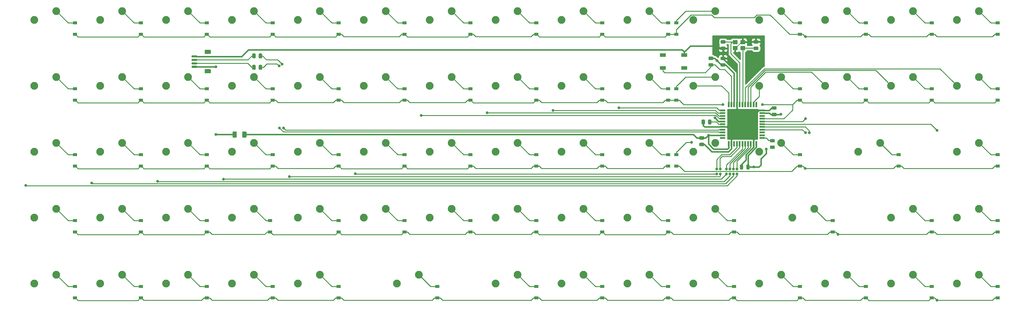
<source format=gbr>
G04 #@! TF.GenerationSoftware,KiCad,Pcbnew,(5.1.4)-1*
G04 #@! TF.CreationDate,2022-05-13T01:11:50-07:00*
G04 #@! TF.ProjectId,bakeneko60tho,62616b65-6e65-46b6-9f36-3074686f2e6b,rev?*
G04 #@! TF.SameCoordinates,Original*
G04 #@! TF.FileFunction,Copper,L2,Bot*
G04 #@! TF.FilePolarity,Positive*
%FSLAX46Y46*%
G04 Gerber Fmt 4.6, Leading zero omitted, Abs format (unit mm)*
G04 Created by KiCad (PCBNEW (5.1.4)-1) date 2022-05-13 01:11:50*
%MOMM*%
%LPD*%
G04 APERTURE LIST*
%ADD10C,0.100000*%
%ADD11C,1.200000*%
%ADD12C,0.600000*%
%ADD13C,2.250000*%
%ADD14C,0.975000*%
%ADD15R,0.550000X1.500000*%
%ADD16R,1.500000X0.550000*%
%ADD17R,1.400000X1.200000*%
%ADD18R,1.800000X1.100000*%
%ADD19C,1.250000*%
%ADD20R,1.200000X0.900000*%
%ADD21C,0.800000*%
%ADD22C,0.381000*%
%ADD23C,0.203200*%
%ADD24C,0.250000*%
%ADD25C,0.254000*%
G04 APERTURE END LIST*
D10*
G36*
X69224505Y-33951204D02*
G01*
X69248773Y-33954804D01*
X69272572Y-33960765D01*
X69295671Y-33969030D01*
X69317850Y-33979520D01*
X69338893Y-33992132D01*
X69358599Y-34006747D01*
X69376777Y-34023223D01*
X69393253Y-34041401D01*
X69407868Y-34061107D01*
X69420480Y-34082150D01*
X69430970Y-34104329D01*
X69439235Y-34127428D01*
X69445196Y-34151227D01*
X69448796Y-34175495D01*
X69450000Y-34199999D01*
X69450000Y-34900001D01*
X69448796Y-34924505D01*
X69445196Y-34948773D01*
X69439235Y-34972572D01*
X69430970Y-34995671D01*
X69420480Y-35017850D01*
X69407868Y-35038893D01*
X69393253Y-35058599D01*
X69376777Y-35076777D01*
X69358599Y-35093253D01*
X69338893Y-35107868D01*
X69317850Y-35120480D01*
X69295671Y-35130970D01*
X69272572Y-35139235D01*
X69248773Y-35145196D01*
X69224505Y-35148796D01*
X69200001Y-35150000D01*
X67899999Y-35150000D01*
X67875495Y-35148796D01*
X67851227Y-35145196D01*
X67827428Y-35139235D01*
X67804329Y-35130970D01*
X67782150Y-35120480D01*
X67761107Y-35107868D01*
X67741401Y-35093253D01*
X67723223Y-35076777D01*
X67706747Y-35058599D01*
X67692132Y-35038893D01*
X67679520Y-35017850D01*
X67669030Y-34995671D01*
X67660765Y-34972572D01*
X67654804Y-34948773D01*
X67651204Y-34924505D01*
X67650000Y-34900001D01*
X67650000Y-34199999D01*
X67651204Y-34175495D01*
X67654804Y-34151227D01*
X67660765Y-34127428D01*
X67669030Y-34104329D01*
X67679520Y-34082150D01*
X67692132Y-34061107D01*
X67706747Y-34041401D01*
X67723223Y-34023223D01*
X67741401Y-34006747D01*
X67761107Y-33992132D01*
X67782150Y-33979520D01*
X67804329Y-33969030D01*
X67827428Y-33960765D01*
X67851227Y-33954804D01*
X67875495Y-33951204D01*
X67899999Y-33950000D01*
X69200001Y-33950000D01*
X69224505Y-33951204D01*
X69224505Y-33951204D01*
G37*
D11*
X68550000Y-34550000D03*
D10*
G36*
X69224505Y-28351204D02*
G01*
X69248773Y-28354804D01*
X69272572Y-28360765D01*
X69295671Y-28369030D01*
X69317850Y-28379520D01*
X69338893Y-28392132D01*
X69358599Y-28406747D01*
X69376777Y-28423223D01*
X69393253Y-28441401D01*
X69407868Y-28461107D01*
X69420480Y-28482150D01*
X69430970Y-28504329D01*
X69439235Y-28527428D01*
X69445196Y-28551227D01*
X69448796Y-28575495D01*
X69450000Y-28599999D01*
X69450000Y-29300001D01*
X69448796Y-29324505D01*
X69445196Y-29348773D01*
X69439235Y-29372572D01*
X69430970Y-29395671D01*
X69420480Y-29417850D01*
X69407868Y-29438893D01*
X69393253Y-29458599D01*
X69376777Y-29476777D01*
X69358599Y-29493253D01*
X69338893Y-29507868D01*
X69317850Y-29520480D01*
X69295671Y-29530970D01*
X69272572Y-29539235D01*
X69248773Y-29545196D01*
X69224505Y-29548796D01*
X69200001Y-29550000D01*
X67899999Y-29550000D01*
X67875495Y-29548796D01*
X67851227Y-29545196D01*
X67827428Y-29539235D01*
X67804329Y-29530970D01*
X67782150Y-29520480D01*
X67761107Y-29507868D01*
X67741401Y-29493253D01*
X67723223Y-29476777D01*
X67706747Y-29458599D01*
X67692132Y-29438893D01*
X67679520Y-29417850D01*
X67669030Y-29395671D01*
X67660765Y-29372572D01*
X67654804Y-29348773D01*
X67651204Y-29324505D01*
X67650000Y-29300001D01*
X67650000Y-28599999D01*
X67651204Y-28575495D01*
X67654804Y-28551227D01*
X67660765Y-28527428D01*
X67669030Y-28504329D01*
X67679520Y-28482150D01*
X67692132Y-28461107D01*
X67706747Y-28441401D01*
X67723223Y-28423223D01*
X67741401Y-28406747D01*
X67761107Y-28392132D01*
X67782150Y-28379520D01*
X67804329Y-28369030D01*
X67827428Y-28360765D01*
X67851227Y-28354804D01*
X67875495Y-28351204D01*
X67899999Y-28350000D01*
X69200001Y-28350000D01*
X69224505Y-28351204D01*
X69224505Y-28351204D01*
G37*
D11*
X68550000Y-28950000D03*
D10*
G36*
X65314703Y-32950722D02*
G01*
X65329264Y-32952882D01*
X65343543Y-32956459D01*
X65357403Y-32961418D01*
X65370710Y-32967712D01*
X65383336Y-32975280D01*
X65395159Y-32984048D01*
X65406066Y-32993934D01*
X65415952Y-33004841D01*
X65424720Y-33016664D01*
X65432288Y-33029290D01*
X65438582Y-33042597D01*
X65443541Y-33056457D01*
X65447118Y-33070736D01*
X65449278Y-33085297D01*
X65450000Y-33100000D01*
X65450000Y-33400000D01*
X65449278Y-33414703D01*
X65447118Y-33429264D01*
X65443541Y-33443543D01*
X65438582Y-33457403D01*
X65432288Y-33470710D01*
X65424720Y-33483336D01*
X65415952Y-33495159D01*
X65406066Y-33506066D01*
X65395159Y-33515952D01*
X65383336Y-33524720D01*
X65370710Y-33532288D01*
X65357403Y-33538582D01*
X65343543Y-33543541D01*
X65329264Y-33547118D01*
X65314703Y-33549278D01*
X65300000Y-33550000D01*
X64050000Y-33550000D01*
X64035297Y-33549278D01*
X64020736Y-33547118D01*
X64006457Y-33543541D01*
X63992597Y-33538582D01*
X63979290Y-33532288D01*
X63966664Y-33524720D01*
X63954841Y-33515952D01*
X63943934Y-33506066D01*
X63934048Y-33495159D01*
X63925280Y-33483336D01*
X63917712Y-33470710D01*
X63911418Y-33457403D01*
X63906459Y-33443543D01*
X63902882Y-33429264D01*
X63900722Y-33414703D01*
X63900000Y-33400000D01*
X63900000Y-33100000D01*
X63900722Y-33085297D01*
X63902882Y-33070736D01*
X63906459Y-33056457D01*
X63911418Y-33042597D01*
X63917712Y-33029290D01*
X63925280Y-33016664D01*
X63934048Y-33004841D01*
X63943934Y-32993934D01*
X63954841Y-32984048D01*
X63966664Y-32975280D01*
X63979290Y-32967712D01*
X63992597Y-32961418D01*
X64006457Y-32956459D01*
X64020736Y-32952882D01*
X64035297Y-32950722D01*
X64050000Y-32950000D01*
X65300000Y-32950000D01*
X65314703Y-32950722D01*
X65314703Y-32950722D01*
G37*
D12*
X64675000Y-33250000D03*
D10*
G36*
X65314703Y-31950722D02*
G01*
X65329264Y-31952882D01*
X65343543Y-31956459D01*
X65357403Y-31961418D01*
X65370710Y-31967712D01*
X65383336Y-31975280D01*
X65395159Y-31984048D01*
X65406066Y-31993934D01*
X65415952Y-32004841D01*
X65424720Y-32016664D01*
X65432288Y-32029290D01*
X65438582Y-32042597D01*
X65443541Y-32056457D01*
X65447118Y-32070736D01*
X65449278Y-32085297D01*
X65450000Y-32100000D01*
X65450000Y-32400000D01*
X65449278Y-32414703D01*
X65447118Y-32429264D01*
X65443541Y-32443543D01*
X65438582Y-32457403D01*
X65432288Y-32470710D01*
X65424720Y-32483336D01*
X65415952Y-32495159D01*
X65406066Y-32506066D01*
X65395159Y-32515952D01*
X65383336Y-32524720D01*
X65370710Y-32532288D01*
X65357403Y-32538582D01*
X65343543Y-32543541D01*
X65329264Y-32547118D01*
X65314703Y-32549278D01*
X65300000Y-32550000D01*
X64050000Y-32550000D01*
X64035297Y-32549278D01*
X64020736Y-32547118D01*
X64006457Y-32543541D01*
X63992597Y-32538582D01*
X63979290Y-32532288D01*
X63966664Y-32524720D01*
X63954841Y-32515952D01*
X63943934Y-32506066D01*
X63934048Y-32495159D01*
X63925280Y-32483336D01*
X63917712Y-32470710D01*
X63911418Y-32457403D01*
X63906459Y-32443543D01*
X63902882Y-32429264D01*
X63900722Y-32414703D01*
X63900000Y-32400000D01*
X63900000Y-32100000D01*
X63900722Y-32085297D01*
X63902882Y-32070736D01*
X63906459Y-32056457D01*
X63911418Y-32042597D01*
X63917712Y-32029290D01*
X63925280Y-32016664D01*
X63934048Y-32004841D01*
X63943934Y-31993934D01*
X63954841Y-31984048D01*
X63966664Y-31975280D01*
X63979290Y-31967712D01*
X63992597Y-31961418D01*
X64006457Y-31956459D01*
X64020736Y-31952882D01*
X64035297Y-31950722D01*
X64050000Y-31950000D01*
X65300000Y-31950000D01*
X65314703Y-31950722D01*
X65314703Y-31950722D01*
G37*
D12*
X64675000Y-32250000D03*
D10*
G36*
X65314703Y-30950722D02*
G01*
X65329264Y-30952882D01*
X65343543Y-30956459D01*
X65357403Y-30961418D01*
X65370710Y-30967712D01*
X65383336Y-30975280D01*
X65395159Y-30984048D01*
X65406066Y-30993934D01*
X65415952Y-31004841D01*
X65424720Y-31016664D01*
X65432288Y-31029290D01*
X65438582Y-31042597D01*
X65443541Y-31056457D01*
X65447118Y-31070736D01*
X65449278Y-31085297D01*
X65450000Y-31100000D01*
X65450000Y-31400000D01*
X65449278Y-31414703D01*
X65447118Y-31429264D01*
X65443541Y-31443543D01*
X65438582Y-31457403D01*
X65432288Y-31470710D01*
X65424720Y-31483336D01*
X65415952Y-31495159D01*
X65406066Y-31506066D01*
X65395159Y-31515952D01*
X65383336Y-31524720D01*
X65370710Y-31532288D01*
X65357403Y-31538582D01*
X65343543Y-31543541D01*
X65329264Y-31547118D01*
X65314703Y-31549278D01*
X65300000Y-31550000D01*
X64050000Y-31550000D01*
X64035297Y-31549278D01*
X64020736Y-31547118D01*
X64006457Y-31543541D01*
X63992597Y-31538582D01*
X63979290Y-31532288D01*
X63966664Y-31524720D01*
X63954841Y-31515952D01*
X63943934Y-31506066D01*
X63934048Y-31495159D01*
X63925280Y-31483336D01*
X63917712Y-31470710D01*
X63911418Y-31457403D01*
X63906459Y-31443543D01*
X63902882Y-31429264D01*
X63900722Y-31414703D01*
X63900000Y-31400000D01*
X63900000Y-31100000D01*
X63900722Y-31085297D01*
X63902882Y-31070736D01*
X63906459Y-31056457D01*
X63911418Y-31042597D01*
X63917712Y-31029290D01*
X63925280Y-31016664D01*
X63934048Y-31004841D01*
X63943934Y-30993934D01*
X63954841Y-30984048D01*
X63966664Y-30975280D01*
X63979290Y-30967712D01*
X63992597Y-30961418D01*
X64006457Y-30956459D01*
X64020736Y-30952882D01*
X64035297Y-30950722D01*
X64050000Y-30950000D01*
X65300000Y-30950000D01*
X65314703Y-30950722D01*
X65314703Y-30950722D01*
G37*
D12*
X64675000Y-31250000D03*
D10*
G36*
X65314703Y-29950722D02*
G01*
X65329264Y-29952882D01*
X65343543Y-29956459D01*
X65357403Y-29961418D01*
X65370710Y-29967712D01*
X65383336Y-29975280D01*
X65395159Y-29984048D01*
X65406066Y-29993934D01*
X65415952Y-30004841D01*
X65424720Y-30016664D01*
X65432288Y-30029290D01*
X65438582Y-30042597D01*
X65443541Y-30056457D01*
X65447118Y-30070736D01*
X65449278Y-30085297D01*
X65450000Y-30100000D01*
X65450000Y-30400000D01*
X65449278Y-30414703D01*
X65447118Y-30429264D01*
X65443541Y-30443543D01*
X65438582Y-30457403D01*
X65432288Y-30470710D01*
X65424720Y-30483336D01*
X65415952Y-30495159D01*
X65406066Y-30506066D01*
X65395159Y-30515952D01*
X65383336Y-30524720D01*
X65370710Y-30532288D01*
X65357403Y-30538582D01*
X65343543Y-30543541D01*
X65329264Y-30547118D01*
X65314703Y-30549278D01*
X65300000Y-30550000D01*
X64050000Y-30550000D01*
X64035297Y-30549278D01*
X64020736Y-30547118D01*
X64006457Y-30543541D01*
X63992597Y-30538582D01*
X63979290Y-30532288D01*
X63966664Y-30524720D01*
X63954841Y-30515952D01*
X63943934Y-30506066D01*
X63934048Y-30495159D01*
X63925280Y-30483336D01*
X63917712Y-30470710D01*
X63911418Y-30457403D01*
X63906459Y-30443543D01*
X63902882Y-30429264D01*
X63900722Y-30414703D01*
X63900000Y-30400000D01*
X63900000Y-30100000D01*
X63900722Y-30085297D01*
X63902882Y-30070736D01*
X63906459Y-30056457D01*
X63911418Y-30042597D01*
X63917712Y-30029290D01*
X63925280Y-30016664D01*
X63934048Y-30004841D01*
X63943934Y-29993934D01*
X63954841Y-29984048D01*
X63966664Y-29975280D01*
X63979290Y-29967712D01*
X63992597Y-29961418D01*
X64006457Y-29956459D01*
X64020736Y-29952882D01*
X64035297Y-29950722D01*
X64050000Y-29950000D01*
X65300000Y-29950000D01*
X65314703Y-29950722D01*
X65314703Y-29950722D01*
G37*
D12*
X64675000Y-30250000D03*
D13*
X24765000Y-17145000D03*
X18415000Y-19685000D03*
D10*
G36*
X232763142Y-44677174D02*
G01*
X232786803Y-44680684D01*
X232810007Y-44686496D01*
X232832529Y-44694554D01*
X232854153Y-44704782D01*
X232874670Y-44717079D01*
X232893883Y-44731329D01*
X232911607Y-44747393D01*
X232927671Y-44765117D01*
X232941921Y-44784330D01*
X232954218Y-44804847D01*
X232964446Y-44826471D01*
X232972504Y-44848993D01*
X232978316Y-44872197D01*
X232981826Y-44895858D01*
X232983000Y-44919750D01*
X232983000Y-45407250D01*
X232981826Y-45431142D01*
X232978316Y-45454803D01*
X232972504Y-45478007D01*
X232964446Y-45500529D01*
X232954218Y-45522153D01*
X232941921Y-45542670D01*
X232927671Y-45561883D01*
X232911607Y-45579607D01*
X232893883Y-45595671D01*
X232874670Y-45609921D01*
X232854153Y-45622218D01*
X232832529Y-45632446D01*
X232810007Y-45640504D01*
X232786803Y-45646316D01*
X232763142Y-45649826D01*
X232739250Y-45651000D01*
X231826750Y-45651000D01*
X231802858Y-45649826D01*
X231779197Y-45646316D01*
X231755993Y-45640504D01*
X231733471Y-45632446D01*
X231711847Y-45622218D01*
X231691330Y-45609921D01*
X231672117Y-45595671D01*
X231654393Y-45579607D01*
X231638329Y-45561883D01*
X231624079Y-45542670D01*
X231611782Y-45522153D01*
X231601554Y-45500529D01*
X231593496Y-45478007D01*
X231587684Y-45454803D01*
X231584174Y-45431142D01*
X231583000Y-45407250D01*
X231583000Y-44919750D01*
X231584174Y-44895858D01*
X231587684Y-44872197D01*
X231593496Y-44848993D01*
X231601554Y-44826471D01*
X231611782Y-44804847D01*
X231624079Y-44784330D01*
X231638329Y-44765117D01*
X231654393Y-44747393D01*
X231672117Y-44731329D01*
X231691330Y-44717079D01*
X231711847Y-44704782D01*
X231733471Y-44694554D01*
X231755993Y-44686496D01*
X231779197Y-44680684D01*
X231802858Y-44677174D01*
X231826750Y-44676000D01*
X232739250Y-44676000D01*
X232763142Y-44677174D01*
X232763142Y-44677174D01*
G37*
D14*
X232283000Y-45163500D03*
D10*
G36*
X232763142Y-46552174D02*
G01*
X232786803Y-46555684D01*
X232810007Y-46561496D01*
X232832529Y-46569554D01*
X232854153Y-46579782D01*
X232874670Y-46592079D01*
X232893883Y-46606329D01*
X232911607Y-46622393D01*
X232927671Y-46640117D01*
X232941921Y-46659330D01*
X232954218Y-46679847D01*
X232964446Y-46701471D01*
X232972504Y-46723993D01*
X232978316Y-46747197D01*
X232981826Y-46770858D01*
X232983000Y-46794750D01*
X232983000Y-47282250D01*
X232981826Y-47306142D01*
X232978316Y-47329803D01*
X232972504Y-47353007D01*
X232964446Y-47375529D01*
X232954218Y-47397153D01*
X232941921Y-47417670D01*
X232927671Y-47436883D01*
X232911607Y-47454607D01*
X232893883Y-47470671D01*
X232874670Y-47484921D01*
X232854153Y-47497218D01*
X232832529Y-47507446D01*
X232810007Y-47515504D01*
X232786803Y-47521316D01*
X232763142Y-47524826D01*
X232739250Y-47526000D01*
X231826750Y-47526000D01*
X231802858Y-47524826D01*
X231779197Y-47521316D01*
X231755993Y-47515504D01*
X231733471Y-47507446D01*
X231711847Y-47497218D01*
X231691330Y-47484921D01*
X231672117Y-47470671D01*
X231654393Y-47454607D01*
X231638329Y-47436883D01*
X231624079Y-47417670D01*
X231611782Y-47397153D01*
X231601554Y-47375529D01*
X231593496Y-47353007D01*
X231587684Y-47329803D01*
X231584174Y-47306142D01*
X231583000Y-47282250D01*
X231583000Y-46794750D01*
X231584174Y-46770858D01*
X231587684Y-46747197D01*
X231593496Y-46723993D01*
X231601554Y-46701471D01*
X231611782Y-46679847D01*
X231624079Y-46659330D01*
X231638329Y-46640117D01*
X231654393Y-46622393D01*
X231672117Y-46606329D01*
X231691330Y-46592079D01*
X231711847Y-46579782D01*
X231733471Y-46569554D01*
X231755993Y-46561496D01*
X231779197Y-46555684D01*
X231802858Y-46552174D01*
X231826750Y-46551000D01*
X232739250Y-46551000D01*
X232763142Y-46552174D01*
X232763142Y-46552174D01*
G37*
D14*
X232283000Y-47038500D03*
D10*
G36*
X224979142Y-61531174D02*
G01*
X225002803Y-61534684D01*
X225026007Y-61540496D01*
X225048529Y-61548554D01*
X225070153Y-61558782D01*
X225090670Y-61571079D01*
X225109883Y-61585329D01*
X225127607Y-61601393D01*
X225143671Y-61619117D01*
X225157921Y-61638330D01*
X225170218Y-61658847D01*
X225180446Y-61680471D01*
X225188504Y-61702993D01*
X225194316Y-61726197D01*
X225197826Y-61749858D01*
X225199000Y-61773750D01*
X225199000Y-62686250D01*
X225197826Y-62710142D01*
X225194316Y-62733803D01*
X225188504Y-62757007D01*
X225180446Y-62779529D01*
X225170218Y-62801153D01*
X225157921Y-62821670D01*
X225143671Y-62840883D01*
X225127607Y-62858607D01*
X225109883Y-62874671D01*
X225090670Y-62888921D01*
X225070153Y-62901218D01*
X225048529Y-62911446D01*
X225026007Y-62919504D01*
X225002803Y-62925316D01*
X224979142Y-62928826D01*
X224955250Y-62930000D01*
X224467750Y-62930000D01*
X224443858Y-62928826D01*
X224420197Y-62925316D01*
X224396993Y-62919504D01*
X224374471Y-62911446D01*
X224352847Y-62901218D01*
X224332330Y-62888921D01*
X224313117Y-62874671D01*
X224295393Y-62858607D01*
X224279329Y-62840883D01*
X224265079Y-62821670D01*
X224252782Y-62801153D01*
X224242554Y-62779529D01*
X224234496Y-62757007D01*
X224228684Y-62733803D01*
X224225174Y-62710142D01*
X224224000Y-62686250D01*
X224224000Y-61773750D01*
X224225174Y-61749858D01*
X224228684Y-61726197D01*
X224234496Y-61702993D01*
X224242554Y-61680471D01*
X224252782Y-61658847D01*
X224265079Y-61638330D01*
X224279329Y-61619117D01*
X224295393Y-61601393D01*
X224313117Y-61585329D01*
X224332330Y-61571079D01*
X224352847Y-61558782D01*
X224374471Y-61548554D01*
X224396993Y-61540496D01*
X224420197Y-61534684D01*
X224443858Y-61531174D01*
X224467750Y-61530000D01*
X224955250Y-61530000D01*
X224979142Y-61531174D01*
X224979142Y-61531174D01*
G37*
D14*
X224711500Y-62230000D03*
D10*
G36*
X223104142Y-61531174D02*
G01*
X223127803Y-61534684D01*
X223151007Y-61540496D01*
X223173529Y-61548554D01*
X223195153Y-61558782D01*
X223215670Y-61571079D01*
X223234883Y-61585329D01*
X223252607Y-61601393D01*
X223268671Y-61619117D01*
X223282921Y-61638330D01*
X223295218Y-61658847D01*
X223305446Y-61680471D01*
X223313504Y-61702993D01*
X223319316Y-61726197D01*
X223322826Y-61749858D01*
X223324000Y-61773750D01*
X223324000Y-62686250D01*
X223322826Y-62710142D01*
X223319316Y-62733803D01*
X223313504Y-62757007D01*
X223305446Y-62779529D01*
X223295218Y-62801153D01*
X223282921Y-62821670D01*
X223268671Y-62840883D01*
X223252607Y-62858607D01*
X223234883Y-62874671D01*
X223215670Y-62888921D01*
X223195153Y-62901218D01*
X223173529Y-62911446D01*
X223151007Y-62919504D01*
X223127803Y-62925316D01*
X223104142Y-62928826D01*
X223080250Y-62930000D01*
X222592750Y-62930000D01*
X222568858Y-62928826D01*
X222545197Y-62925316D01*
X222521993Y-62919504D01*
X222499471Y-62911446D01*
X222477847Y-62901218D01*
X222457330Y-62888921D01*
X222438117Y-62874671D01*
X222420393Y-62858607D01*
X222404329Y-62840883D01*
X222390079Y-62821670D01*
X222377782Y-62801153D01*
X222367554Y-62779529D01*
X222359496Y-62757007D01*
X222353684Y-62733803D01*
X222350174Y-62710142D01*
X222349000Y-62686250D01*
X222349000Y-61773750D01*
X222350174Y-61749858D01*
X222353684Y-61726197D01*
X222359496Y-61702993D01*
X222367554Y-61680471D01*
X222377782Y-61658847D01*
X222390079Y-61638330D01*
X222404329Y-61619117D01*
X222420393Y-61601393D01*
X222438117Y-61585329D01*
X222457330Y-61571079D01*
X222477847Y-61558782D01*
X222499471Y-61548554D01*
X222521993Y-61540496D01*
X222545197Y-61534684D01*
X222568858Y-61531174D01*
X222592750Y-61530000D01*
X223080250Y-61530000D01*
X223104142Y-61531174D01*
X223104142Y-61531174D01*
G37*
D14*
X222836500Y-62230000D03*
D10*
G36*
X232255142Y-54138674D02*
G01*
X232278803Y-54142184D01*
X232302007Y-54147996D01*
X232324529Y-54156054D01*
X232346153Y-54166282D01*
X232366670Y-54178579D01*
X232385883Y-54192829D01*
X232403607Y-54208893D01*
X232419671Y-54226617D01*
X232433921Y-54245830D01*
X232446218Y-54266347D01*
X232456446Y-54287971D01*
X232464504Y-54310493D01*
X232470316Y-54333697D01*
X232473826Y-54357358D01*
X232475000Y-54381250D01*
X232475000Y-54868750D01*
X232473826Y-54892642D01*
X232470316Y-54916303D01*
X232464504Y-54939507D01*
X232456446Y-54962029D01*
X232446218Y-54983653D01*
X232433921Y-55004170D01*
X232419671Y-55023383D01*
X232403607Y-55041107D01*
X232385883Y-55057171D01*
X232366670Y-55071421D01*
X232346153Y-55083718D01*
X232324529Y-55093946D01*
X232302007Y-55102004D01*
X232278803Y-55107816D01*
X232255142Y-55111326D01*
X232231250Y-55112500D01*
X231318750Y-55112500D01*
X231294858Y-55111326D01*
X231271197Y-55107816D01*
X231247993Y-55102004D01*
X231225471Y-55093946D01*
X231203847Y-55083718D01*
X231183330Y-55071421D01*
X231164117Y-55057171D01*
X231146393Y-55041107D01*
X231130329Y-55023383D01*
X231116079Y-55004170D01*
X231103782Y-54983653D01*
X231093554Y-54962029D01*
X231085496Y-54939507D01*
X231079684Y-54916303D01*
X231076174Y-54892642D01*
X231075000Y-54868750D01*
X231075000Y-54381250D01*
X231076174Y-54357358D01*
X231079684Y-54333697D01*
X231085496Y-54310493D01*
X231093554Y-54287971D01*
X231103782Y-54266347D01*
X231116079Y-54245830D01*
X231130329Y-54226617D01*
X231146393Y-54208893D01*
X231164117Y-54192829D01*
X231183330Y-54178579D01*
X231203847Y-54166282D01*
X231225471Y-54156054D01*
X231247993Y-54147996D01*
X231271197Y-54142184D01*
X231294858Y-54138674D01*
X231318750Y-54137500D01*
X232231250Y-54137500D01*
X232255142Y-54138674D01*
X232255142Y-54138674D01*
G37*
D14*
X231775000Y-54625000D03*
D10*
G36*
X232255142Y-56013674D02*
G01*
X232278803Y-56017184D01*
X232302007Y-56022996D01*
X232324529Y-56031054D01*
X232346153Y-56041282D01*
X232366670Y-56053579D01*
X232385883Y-56067829D01*
X232403607Y-56083893D01*
X232419671Y-56101617D01*
X232433921Y-56120830D01*
X232446218Y-56141347D01*
X232456446Y-56162971D01*
X232464504Y-56185493D01*
X232470316Y-56208697D01*
X232473826Y-56232358D01*
X232475000Y-56256250D01*
X232475000Y-56743750D01*
X232473826Y-56767642D01*
X232470316Y-56791303D01*
X232464504Y-56814507D01*
X232456446Y-56837029D01*
X232446218Y-56858653D01*
X232433921Y-56879170D01*
X232419671Y-56898383D01*
X232403607Y-56916107D01*
X232385883Y-56932171D01*
X232366670Y-56946421D01*
X232346153Y-56958718D01*
X232324529Y-56968946D01*
X232302007Y-56977004D01*
X232278803Y-56982816D01*
X232255142Y-56986326D01*
X232231250Y-56987500D01*
X231318750Y-56987500D01*
X231294858Y-56986326D01*
X231271197Y-56982816D01*
X231247993Y-56977004D01*
X231225471Y-56968946D01*
X231203847Y-56958718D01*
X231183330Y-56946421D01*
X231164117Y-56932171D01*
X231146393Y-56916107D01*
X231130329Y-56898383D01*
X231116079Y-56879170D01*
X231103782Y-56858653D01*
X231093554Y-56837029D01*
X231085496Y-56814507D01*
X231079684Y-56791303D01*
X231076174Y-56767642D01*
X231075000Y-56743750D01*
X231075000Y-56256250D01*
X231076174Y-56232358D01*
X231079684Y-56208697D01*
X231085496Y-56185493D01*
X231093554Y-56162971D01*
X231103782Y-56141347D01*
X231116079Y-56120830D01*
X231130329Y-56101617D01*
X231146393Y-56083893D01*
X231164117Y-56067829D01*
X231183330Y-56053579D01*
X231203847Y-56041282D01*
X231225471Y-56031054D01*
X231247993Y-56022996D01*
X231271197Y-56017184D01*
X231294858Y-56013674D01*
X231318750Y-56012500D01*
X232231250Y-56012500D01*
X232255142Y-56013674D01*
X232255142Y-56013674D01*
G37*
D14*
X231775000Y-56500000D03*
D10*
G36*
X217967642Y-27438674D02*
G01*
X217991303Y-27442184D01*
X218014507Y-27447996D01*
X218037029Y-27456054D01*
X218058653Y-27466282D01*
X218079170Y-27478579D01*
X218098383Y-27492829D01*
X218116107Y-27508893D01*
X218132171Y-27526617D01*
X218146421Y-27545830D01*
X218158718Y-27566347D01*
X218168946Y-27587971D01*
X218177004Y-27610493D01*
X218182816Y-27633697D01*
X218186326Y-27657358D01*
X218187500Y-27681250D01*
X218187500Y-28168750D01*
X218186326Y-28192642D01*
X218182816Y-28216303D01*
X218177004Y-28239507D01*
X218168946Y-28262029D01*
X218158718Y-28283653D01*
X218146421Y-28304170D01*
X218132171Y-28323383D01*
X218116107Y-28341107D01*
X218098383Y-28357171D01*
X218079170Y-28371421D01*
X218058653Y-28383718D01*
X218037029Y-28393946D01*
X218014507Y-28402004D01*
X217991303Y-28407816D01*
X217967642Y-28411326D01*
X217943750Y-28412500D01*
X217031250Y-28412500D01*
X217007358Y-28411326D01*
X216983697Y-28407816D01*
X216960493Y-28402004D01*
X216937971Y-28393946D01*
X216916347Y-28383718D01*
X216895830Y-28371421D01*
X216876617Y-28357171D01*
X216858893Y-28341107D01*
X216842829Y-28323383D01*
X216828579Y-28304170D01*
X216816282Y-28283653D01*
X216806054Y-28262029D01*
X216797996Y-28239507D01*
X216792184Y-28216303D01*
X216788674Y-28192642D01*
X216787500Y-28168750D01*
X216787500Y-27681250D01*
X216788674Y-27657358D01*
X216792184Y-27633697D01*
X216797996Y-27610493D01*
X216806054Y-27587971D01*
X216816282Y-27566347D01*
X216828579Y-27545830D01*
X216842829Y-27526617D01*
X216858893Y-27508893D01*
X216876617Y-27492829D01*
X216895830Y-27478579D01*
X216916347Y-27466282D01*
X216937971Y-27456054D01*
X216960493Y-27447996D01*
X216983697Y-27442184D01*
X217007358Y-27438674D01*
X217031250Y-27437500D01*
X217943750Y-27437500D01*
X217967642Y-27438674D01*
X217967642Y-27438674D01*
G37*
D14*
X217487500Y-27925000D03*
D10*
G36*
X217967642Y-25563674D02*
G01*
X217991303Y-25567184D01*
X218014507Y-25572996D01*
X218037029Y-25581054D01*
X218058653Y-25591282D01*
X218079170Y-25603579D01*
X218098383Y-25617829D01*
X218116107Y-25633893D01*
X218132171Y-25651617D01*
X218146421Y-25670830D01*
X218158718Y-25691347D01*
X218168946Y-25712971D01*
X218177004Y-25735493D01*
X218182816Y-25758697D01*
X218186326Y-25782358D01*
X218187500Y-25806250D01*
X218187500Y-26293750D01*
X218186326Y-26317642D01*
X218182816Y-26341303D01*
X218177004Y-26364507D01*
X218168946Y-26387029D01*
X218158718Y-26408653D01*
X218146421Y-26429170D01*
X218132171Y-26448383D01*
X218116107Y-26466107D01*
X218098383Y-26482171D01*
X218079170Y-26496421D01*
X218058653Y-26508718D01*
X218037029Y-26518946D01*
X218014507Y-26527004D01*
X217991303Y-26532816D01*
X217967642Y-26536326D01*
X217943750Y-26537500D01*
X217031250Y-26537500D01*
X217007358Y-26536326D01*
X216983697Y-26532816D01*
X216960493Y-26527004D01*
X216937971Y-26518946D01*
X216916347Y-26508718D01*
X216895830Y-26496421D01*
X216876617Y-26482171D01*
X216858893Y-26466107D01*
X216842829Y-26448383D01*
X216828579Y-26429170D01*
X216816282Y-26408653D01*
X216806054Y-26387029D01*
X216797996Y-26364507D01*
X216792184Y-26341303D01*
X216788674Y-26317642D01*
X216787500Y-26293750D01*
X216787500Y-25806250D01*
X216788674Y-25782358D01*
X216792184Y-25758697D01*
X216797996Y-25735493D01*
X216806054Y-25712971D01*
X216816282Y-25691347D01*
X216828579Y-25670830D01*
X216842829Y-25651617D01*
X216858893Y-25633893D01*
X216876617Y-25617829D01*
X216895830Y-25603579D01*
X216916347Y-25591282D01*
X216937971Y-25581054D01*
X216960493Y-25572996D01*
X216983697Y-25567184D01*
X217007358Y-25563674D01*
X217031250Y-25562500D01*
X217943750Y-25562500D01*
X217967642Y-25563674D01*
X217967642Y-25563674D01*
G37*
D14*
X217487500Y-26050000D03*
D15*
X219107250Y-55547500D03*
X219907250Y-55547500D03*
X220707250Y-55547500D03*
X221507250Y-55547500D03*
X222307250Y-55547500D03*
X223107250Y-55547500D03*
X223907250Y-55547500D03*
X224707250Y-55547500D03*
X225507250Y-55547500D03*
X226307250Y-55547500D03*
X227107250Y-55547500D03*
D16*
X228807250Y-53847500D03*
X228807250Y-53047500D03*
X228807250Y-52247500D03*
X228807250Y-51447500D03*
X228807250Y-50647500D03*
X228807250Y-49847500D03*
X228807250Y-49047500D03*
X228807250Y-48247500D03*
X228807250Y-47447500D03*
X228807250Y-46647500D03*
X228807250Y-45847500D03*
D15*
X227107250Y-44147500D03*
X226307250Y-44147500D03*
X225507250Y-44147500D03*
X224707250Y-44147500D03*
X223907250Y-44147500D03*
X223107250Y-44147500D03*
X222307250Y-44147500D03*
X221507250Y-44147500D03*
X220707250Y-44147500D03*
X219907250Y-44147500D03*
X219107250Y-44147500D03*
D16*
X217407250Y-45847500D03*
X217407250Y-46647500D03*
X217407250Y-47447500D03*
X217407250Y-48247500D03*
X217407250Y-49047500D03*
X217407250Y-49847500D03*
X217407250Y-50647500D03*
X217407250Y-51447500D03*
X217407250Y-52247500D03*
X217407250Y-53047500D03*
X217407250Y-53847500D03*
D13*
X215265000Y-36195000D03*
X208915000Y-38735000D03*
X234315000Y-36195000D03*
X227965000Y-38735000D03*
X81915000Y-36195000D03*
X75565000Y-38735000D03*
D10*
G36*
X214475142Y-30326174D02*
G01*
X214498803Y-30329684D01*
X214522007Y-30335496D01*
X214544529Y-30343554D01*
X214566153Y-30353782D01*
X214586670Y-30366079D01*
X214605883Y-30380329D01*
X214623607Y-30396393D01*
X214639671Y-30414117D01*
X214653921Y-30433330D01*
X214666218Y-30453847D01*
X214676446Y-30475471D01*
X214684504Y-30497993D01*
X214690316Y-30521197D01*
X214693826Y-30544858D01*
X214695000Y-30568750D01*
X214695000Y-31056250D01*
X214693826Y-31080142D01*
X214690316Y-31103803D01*
X214684504Y-31127007D01*
X214676446Y-31149529D01*
X214666218Y-31171153D01*
X214653921Y-31191670D01*
X214639671Y-31210883D01*
X214623607Y-31228607D01*
X214605883Y-31244671D01*
X214586670Y-31258921D01*
X214566153Y-31271218D01*
X214544529Y-31281446D01*
X214522007Y-31289504D01*
X214498803Y-31295316D01*
X214475142Y-31298826D01*
X214451250Y-31300000D01*
X213538750Y-31300000D01*
X213514858Y-31298826D01*
X213491197Y-31295316D01*
X213467993Y-31289504D01*
X213445471Y-31281446D01*
X213423847Y-31271218D01*
X213403330Y-31258921D01*
X213384117Y-31244671D01*
X213366393Y-31228607D01*
X213350329Y-31210883D01*
X213336079Y-31191670D01*
X213323782Y-31171153D01*
X213313554Y-31149529D01*
X213305496Y-31127007D01*
X213299684Y-31103803D01*
X213296174Y-31080142D01*
X213295000Y-31056250D01*
X213295000Y-30568750D01*
X213296174Y-30544858D01*
X213299684Y-30521197D01*
X213305496Y-30497993D01*
X213313554Y-30475471D01*
X213323782Y-30453847D01*
X213336079Y-30433330D01*
X213350329Y-30414117D01*
X213366393Y-30396393D01*
X213384117Y-30380329D01*
X213403330Y-30366079D01*
X213423847Y-30353782D01*
X213445471Y-30343554D01*
X213467993Y-30335496D01*
X213491197Y-30329684D01*
X213514858Y-30326174D01*
X213538750Y-30325000D01*
X214451250Y-30325000D01*
X214475142Y-30326174D01*
X214475142Y-30326174D01*
G37*
D14*
X213995000Y-30812500D03*
D10*
G36*
X214475142Y-32201174D02*
G01*
X214498803Y-32204684D01*
X214522007Y-32210496D01*
X214544529Y-32218554D01*
X214566153Y-32228782D01*
X214586670Y-32241079D01*
X214605883Y-32255329D01*
X214623607Y-32271393D01*
X214639671Y-32289117D01*
X214653921Y-32308330D01*
X214666218Y-32328847D01*
X214676446Y-32350471D01*
X214684504Y-32372993D01*
X214690316Y-32396197D01*
X214693826Y-32419858D01*
X214695000Y-32443750D01*
X214695000Y-32931250D01*
X214693826Y-32955142D01*
X214690316Y-32978803D01*
X214684504Y-33002007D01*
X214676446Y-33024529D01*
X214666218Y-33046153D01*
X214653921Y-33066670D01*
X214639671Y-33085883D01*
X214623607Y-33103607D01*
X214605883Y-33119671D01*
X214586670Y-33133921D01*
X214566153Y-33146218D01*
X214544529Y-33156446D01*
X214522007Y-33164504D01*
X214498803Y-33170316D01*
X214475142Y-33173826D01*
X214451250Y-33175000D01*
X213538750Y-33175000D01*
X213514858Y-33173826D01*
X213491197Y-33170316D01*
X213467993Y-33164504D01*
X213445471Y-33156446D01*
X213423847Y-33146218D01*
X213403330Y-33133921D01*
X213384117Y-33119671D01*
X213366393Y-33103607D01*
X213350329Y-33085883D01*
X213336079Y-33066670D01*
X213323782Y-33046153D01*
X213313554Y-33024529D01*
X213305496Y-33002007D01*
X213299684Y-32978803D01*
X213296174Y-32955142D01*
X213295000Y-32931250D01*
X213295000Y-32443750D01*
X213296174Y-32419858D01*
X213299684Y-32396197D01*
X213305496Y-32372993D01*
X213313554Y-32350471D01*
X213323782Y-32328847D01*
X213336079Y-32308330D01*
X213350329Y-32289117D01*
X213366393Y-32271393D01*
X213384117Y-32255329D01*
X213403330Y-32241079D01*
X213423847Y-32228782D01*
X213445471Y-32218554D01*
X213467993Y-32210496D01*
X213491197Y-32204684D01*
X213514858Y-32201174D01*
X213538750Y-32200000D01*
X214451250Y-32200000D01*
X214475142Y-32201174D01*
X214475142Y-32201174D01*
G37*
D14*
X213995000Y-32687500D03*
D10*
G36*
X82165892Y-29400174D02*
G01*
X82189553Y-29403684D01*
X82212757Y-29409496D01*
X82235279Y-29417554D01*
X82256903Y-29427782D01*
X82277420Y-29440079D01*
X82296633Y-29454329D01*
X82314357Y-29470393D01*
X82330421Y-29488117D01*
X82344671Y-29507330D01*
X82356968Y-29527847D01*
X82367196Y-29549471D01*
X82375254Y-29571993D01*
X82381066Y-29595197D01*
X82384576Y-29618858D01*
X82385750Y-29642750D01*
X82385750Y-30555250D01*
X82384576Y-30579142D01*
X82381066Y-30602803D01*
X82375254Y-30626007D01*
X82367196Y-30648529D01*
X82356968Y-30670153D01*
X82344671Y-30690670D01*
X82330421Y-30709883D01*
X82314357Y-30727607D01*
X82296633Y-30743671D01*
X82277420Y-30757921D01*
X82256903Y-30770218D01*
X82235279Y-30780446D01*
X82212757Y-30788504D01*
X82189553Y-30794316D01*
X82165892Y-30797826D01*
X82142000Y-30799000D01*
X81654500Y-30799000D01*
X81630608Y-30797826D01*
X81606947Y-30794316D01*
X81583743Y-30788504D01*
X81561221Y-30780446D01*
X81539597Y-30770218D01*
X81519080Y-30757921D01*
X81499867Y-30743671D01*
X81482143Y-30727607D01*
X81466079Y-30709883D01*
X81451829Y-30690670D01*
X81439532Y-30670153D01*
X81429304Y-30648529D01*
X81421246Y-30626007D01*
X81415434Y-30602803D01*
X81411924Y-30579142D01*
X81410750Y-30555250D01*
X81410750Y-29642750D01*
X81411924Y-29618858D01*
X81415434Y-29595197D01*
X81421246Y-29571993D01*
X81429304Y-29549471D01*
X81439532Y-29527847D01*
X81451829Y-29507330D01*
X81466079Y-29488117D01*
X81482143Y-29470393D01*
X81499867Y-29454329D01*
X81519080Y-29440079D01*
X81539597Y-29427782D01*
X81561221Y-29417554D01*
X81583743Y-29409496D01*
X81606947Y-29403684D01*
X81630608Y-29400174D01*
X81654500Y-29399000D01*
X82142000Y-29399000D01*
X82165892Y-29400174D01*
X82165892Y-29400174D01*
G37*
D14*
X81898250Y-30099000D03*
D10*
G36*
X84040892Y-29400174D02*
G01*
X84064553Y-29403684D01*
X84087757Y-29409496D01*
X84110279Y-29417554D01*
X84131903Y-29427782D01*
X84152420Y-29440079D01*
X84171633Y-29454329D01*
X84189357Y-29470393D01*
X84205421Y-29488117D01*
X84219671Y-29507330D01*
X84231968Y-29527847D01*
X84242196Y-29549471D01*
X84250254Y-29571993D01*
X84256066Y-29595197D01*
X84259576Y-29618858D01*
X84260750Y-29642750D01*
X84260750Y-30555250D01*
X84259576Y-30579142D01*
X84256066Y-30602803D01*
X84250254Y-30626007D01*
X84242196Y-30648529D01*
X84231968Y-30670153D01*
X84219671Y-30690670D01*
X84205421Y-30709883D01*
X84189357Y-30727607D01*
X84171633Y-30743671D01*
X84152420Y-30757921D01*
X84131903Y-30770218D01*
X84110279Y-30780446D01*
X84087757Y-30788504D01*
X84064553Y-30794316D01*
X84040892Y-30797826D01*
X84017000Y-30799000D01*
X83529500Y-30799000D01*
X83505608Y-30797826D01*
X83481947Y-30794316D01*
X83458743Y-30788504D01*
X83436221Y-30780446D01*
X83414597Y-30770218D01*
X83394080Y-30757921D01*
X83374867Y-30743671D01*
X83357143Y-30727607D01*
X83341079Y-30709883D01*
X83326829Y-30690670D01*
X83314532Y-30670153D01*
X83304304Y-30648529D01*
X83296246Y-30626007D01*
X83290434Y-30602803D01*
X83286924Y-30579142D01*
X83285750Y-30555250D01*
X83285750Y-29642750D01*
X83286924Y-29618858D01*
X83290434Y-29595197D01*
X83296246Y-29571993D01*
X83304304Y-29549471D01*
X83314532Y-29527847D01*
X83326829Y-29507330D01*
X83341079Y-29488117D01*
X83357143Y-29470393D01*
X83374867Y-29454329D01*
X83394080Y-29440079D01*
X83414597Y-29427782D01*
X83436221Y-29417554D01*
X83458743Y-29409496D01*
X83481947Y-29403684D01*
X83505608Y-29400174D01*
X83529500Y-29399000D01*
X84017000Y-29399000D01*
X84040892Y-29400174D01*
X84040892Y-29400174D01*
G37*
D14*
X83773250Y-30099000D03*
D13*
X81915000Y-17145000D03*
X75565000Y-19685000D03*
X81915000Y-74295000D03*
X75565000Y-76835000D03*
X129540000Y-93345000D03*
X123190000Y-95885000D03*
D17*
X223191250Y-26137500D03*
X220991250Y-26137500D03*
X220991250Y-27837500D03*
X223191250Y-27837500D03*
D18*
X200100000Y-29900000D03*
X206300000Y-33600000D03*
X200100000Y-33600000D03*
X206300000Y-29900000D03*
D10*
G36*
X82165892Y-32702174D02*
G01*
X82189553Y-32705684D01*
X82212757Y-32711496D01*
X82235279Y-32719554D01*
X82256903Y-32729782D01*
X82277420Y-32742079D01*
X82296633Y-32756329D01*
X82314357Y-32772393D01*
X82330421Y-32790117D01*
X82344671Y-32809330D01*
X82356968Y-32829847D01*
X82367196Y-32851471D01*
X82375254Y-32873993D01*
X82381066Y-32897197D01*
X82384576Y-32920858D01*
X82385750Y-32944750D01*
X82385750Y-33857250D01*
X82384576Y-33881142D01*
X82381066Y-33904803D01*
X82375254Y-33928007D01*
X82367196Y-33950529D01*
X82356968Y-33972153D01*
X82344671Y-33992670D01*
X82330421Y-34011883D01*
X82314357Y-34029607D01*
X82296633Y-34045671D01*
X82277420Y-34059921D01*
X82256903Y-34072218D01*
X82235279Y-34082446D01*
X82212757Y-34090504D01*
X82189553Y-34096316D01*
X82165892Y-34099826D01*
X82142000Y-34101000D01*
X81654500Y-34101000D01*
X81630608Y-34099826D01*
X81606947Y-34096316D01*
X81583743Y-34090504D01*
X81561221Y-34082446D01*
X81539597Y-34072218D01*
X81519080Y-34059921D01*
X81499867Y-34045671D01*
X81482143Y-34029607D01*
X81466079Y-34011883D01*
X81451829Y-33992670D01*
X81439532Y-33972153D01*
X81429304Y-33950529D01*
X81421246Y-33928007D01*
X81415434Y-33904803D01*
X81411924Y-33881142D01*
X81410750Y-33857250D01*
X81410750Y-32944750D01*
X81411924Y-32920858D01*
X81415434Y-32897197D01*
X81421246Y-32873993D01*
X81429304Y-32851471D01*
X81439532Y-32829847D01*
X81451829Y-32809330D01*
X81466079Y-32790117D01*
X81482143Y-32772393D01*
X81499867Y-32756329D01*
X81519080Y-32742079D01*
X81539597Y-32729782D01*
X81561221Y-32719554D01*
X81583743Y-32711496D01*
X81606947Y-32705684D01*
X81630608Y-32702174D01*
X81654500Y-32701000D01*
X82142000Y-32701000D01*
X82165892Y-32702174D01*
X82165892Y-32702174D01*
G37*
D14*
X81898250Y-33401000D03*
D10*
G36*
X84040892Y-32702174D02*
G01*
X84064553Y-32705684D01*
X84087757Y-32711496D01*
X84110279Y-32719554D01*
X84131903Y-32729782D01*
X84152420Y-32742079D01*
X84171633Y-32756329D01*
X84189357Y-32772393D01*
X84205421Y-32790117D01*
X84219671Y-32809330D01*
X84231968Y-32829847D01*
X84242196Y-32851471D01*
X84250254Y-32873993D01*
X84256066Y-32897197D01*
X84259576Y-32920858D01*
X84260750Y-32944750D01*
X84260750Y-33857250D01*
X84259576Y-33881142D01*
X84256066Y-33904803D01*
X84250254Y-33928007D01*
X84242196Y-33950529D01*
X84231968Y-33972153D01*
X84219671Y-33992670D01*
X84205421Y-34011883D01*
X84189357Y-34029607D01*
X84171633Y-34045671D01*
X84152420Y-34059921D01*
X84131903Y-34072218D01*
X84110279Y-34082446D01*
X84087757Y-34090504D01*
X84064553Y-34096316D01*
X84040892Y-34099826D01*
X84017000Y-34101000D01*
X83529500Y-34101000D01*
X83505608Y-34099826D01*
X83481947Y-34096316D01*
X83458743Y-34090504D01*
X83436221Y-34082446D01*
X83414597Y-34072218D01*
X83394080Y-34059921D01*
X83374867Y-34045671D01*
X83357143Y-34029607D01*
X83341079Y-34011883D01*
X83326829Y-33992670D01*
X83314532Y-33972153D01*
X83304304Y-33950529D01*
X83296246Y-33928007D01*
X83290434Y-33904803D01*
X83286924Y-33881142D01*
X83285750Y-33857250D01*
X83285750Y-32944750D01*
X83286924Y-32920858D01*
X83290434Y-32897197D01*
X83296246Y-32873993D01*
X83304304Y-32851471D01*
X83314532Y-32829847D01*
X83326829Y-32809330D01*
X83341079Y-32790117D01*
X83357143Y-32772393D01*
X83374867Y-32756329D01*
X83394080Y-32742079D01*
X83414597Y-32729782D01*
X83436221Y-32719554D01*
X83458743Y-32711496D01*
X83481947Y-32705684D01*
X83505608Y-32702174D01*
X83529500Y-32701000D01*
X84017000Y-32701000D01*
X84040892Y-32702174D01*
X84040892Y-32702174D01*
G37*
D14*
X83773250Y-33401000D03*
D13*
X291465000Y-93345000D03*
X285115000Y-95885000D03*
X272415000Y-93345000D03*
X266065000Y-95885000D03*
X253365000Y-93345000D03*
X247015000Y-95885000D03*
X234315000Y-93345000D03*
X227965000Y-95885000D03*
X215265000Y-93345000D03*
X208915000Y-95885000D03*
X196215000Y-93345000D03*
X189865000Y-95885000D03*
X177165000Y-93345000D03*
X170815000Y-95885000D03*
X158115000Y-93345000D03*
X151765000Y-95885000D03*
X100965000Y-93345000D03*
X94615000Y-95885000D03*
X81915000Y-93345000D03*
X75565000Y-95885000D03*
X62865000Y-93345000D03*
X56515000Y-95885000D03*
X43815000Y-93345000D03*
X37465000Y-95885000D03*
X24765000Y-93345000D03*
X18415000Y-95885000D03*
X291465000Y-74295000D03*
X285115000Y-76835000D03*
X272415000Y-74295000D03*
X266065000Y-76835000D03*
X243840000Y-74295000D03*
X237490000Y-76835000D03*
X215265000Y-74295000D03*
X208915000Y-76835000D03*
X196215000Y-74295000D03*
X189865000Y-76835000D03*
X177165000Y-74295000D03*
X170815000Y-76835000D03*
X158115000Y-74295000D03*
X151765000Y-76835000D03*
X139065000Y-74295000D03*
X132715000Y-76835000D03*
X120015000Y-74295000D03*
X113665000Y-76835000D03*
X100965000Y-74295000D03*
X94615000Y-76835000D03*
X62865000Y-74295000D03*
X56515000Y-76835000D03*
X43815000Y-74295000D03*
X37465000Y-76835000D03*
X24765000Y-74295000D03*
X18415000Y-76835000D03*
X291465000Y-55245000D03*
X285115000Y-57785000D03*
X262890000Y-55245000D03*
X256540000Y-57785000D03*
X234315000Y-55245000D03*
X227965000Y-57785000D03*
X215265000Y-55245000D03*
X208915000Y-57785000D03*
X196215000Y-55245000D03*
X189865000Y-57785000D03*
X177165000Y-55245000D03*
X170815000Y-57785000D03*
X158115000Y-55245000D03*
X151765000Y-57785000D03*
X139065000Y-55245000D03*
X132715000Y-57785000D03*
X120015000Y-55245000D03*
X113665000Y-57785000D03*
X100965000Y-55245000D03*
X94615000Y-57785000D03*
X81915000Y-55245000D03*
X75565000Y-57785000D03*
X62865000Y-55245000D03*
X56515000Y-57785000D03*
X43815000Y-55245000D03*
X37465000Y-57785000D03*
X24765000Y-55245000D03*
X18415000Y-57785000D03*
X291465000Y-36195000D03*
X285115000Y-38735000D03*
X272415000Y-36195000D03*
X266065000Y-38735000D03*
X253365000Y-36195000D03*
X247015000Y-38735000D03*
X196215000Y-36195000D03*
X189865000Y-38735000D03*
X177165000Y-36195000D03*
X170815000Y-38735000D03*
X158115000Y-36195000D03*
X151765000Y-38735000D03*
X139065000Y-36195000D03*
X132715000Y-38735000D03*
X120015000Y-36195000D03*
X113665000Y-38735000D03*
X100965000Y-36195000D03*
X94615000Y-38735000D03*
X62865000Y-36195000D03*
X56515000Y-38735000D03*
X43815000Y-36195000D03*
X37465000Y-38735000D03*
X24765000Y-36195000D03*
X18415000Y-38735000D03*
X291465000Y-17145000D03*
X285115000Y-19685000D03*
X272415000Y-17145000D03*
X266065000Y-19685000D03*
X253365000Y-17145000D03*
X247015000Y-19685000D03*
X234315000Y-17145000D03*
X227965000Y-19685000D03*
X215265000Y-17145000D03*
X208915000Y-19685000D03*
X196215000Y-17145000D03*
X189865000Y-19685000D03*
X177165000Y-17145000D03*
X170815000Y-19685000D03*
X158115000Y-17145000D03*
X151765000Y-19685000D03*
X139065000Y-17145000D03*
X132715000Y-19685000D03*
X120015000Y-17145000D03*
X113665000Y-19685000D03*
X100965000Y-17145000D03*
X94615000Y-19685000D03*
X62865000Y-17145000D03*
X56515000Y-19685000D03*
X43815000Y-17145000D03*
X37465000Y-19685000D03*
D10*
G36*
X79523504Y-51958204D02*
G01*
X79547773Y-51961804D01*
X79571571Y-51967765D01*
X79594671Y-51976030D01*
X79616849Y-51986520D01*
X79637893Y-51999133D01*
X79657598Y-52013747D01*
X79675777Y-52030223D01*
X79692253Y-52048402D01*
X79706867Y-52068107D01*
X79719480Y-52089151D01*
X79729970Y-52111329D01*
X79738235Y-52134429D01*
X79744196Y-52158227D01*
X79747796Y-52182496D01*
X79749000Y-52207000D01*
X79749000Y-53457000D01*
X79747796Y-53481504D01*
X79744196Y-53505773D01*
X79738235Y-53529571D01*
X79729970Y-53552671D01*
X79719480Y-53574849D01*
X79706867Y-53595893D01*
X79692253Y-53615598D01*
X79675777Y-53633777D01*
X79657598Y-53650253D01*
X79637893Y-53664867D01*
X79616849Y-53677480D01*
X79594671Y-53687970D01*
X79571571Y-53696235D01*
X79547773Y-53702196D01*
X79523504Y-53705796D01*
X79499000Y-53707000D01*
X78749000Y-53707000D01*
X78724496Y-53705796D01*
X78700227Y-53702196D01*
X78676429Y-53696235D01*
X78653329Y-53687970D01*
X78631151Y-53677480D01*
X78610107Y-53664867D01*
X78590402Y-53650253D01*
X78572223Y-53633777D01*
X78555747Y-53615598D01*
X78541133Y-53595893D01*
X78528520Y-53574849D01*
X78518030Y-53552671D01*
X78509765Y-53529571D01*
X78503804Y-53505773D01*
X78500204Y-53481504D01*
X78499000Y-53457000D01*
X78499000Y-52207000D01*
X78500204Y-52182496D01*
X78503804Y-52158227D01*
X78509765Y-52134429D01*
X78518030Y-52111329D01*
X78528520Y-52089151D01*
X78541133Y-52068107D01*
X78555747Y-52048402D01*
X78572223Y-52030223D01*
X78590402Y-52013747D01*
X78610107Y-51999133D01*
X78631151Y-51986520D01*
X78653329Y-51976030D01*
X78676429Y-51967765D01*
X78700227Y-51961804D01*
X78724496Y-51958204D01*
X78749000Y-51957000D01*
X79499000Y-51957000D01*
X79523504Y-51958204D01*
X79523504Y-51958204D01*
G37*
D19*
X79124000Y-52832000D03*
D10*
G36*
X76723504Y-51958204D02*
G01*
X76747773Y-51961804D01*
X76771571Y-51967765D01*
X76794671Y-51976030D01*
X76816849Y-51986520D01*
X76837893Y-51999133D01*
X76857598Y-52013747D01*
X76875777Y-52030223D01*
X76892253Y-52048402D01*
X76906867Y-52068107D01*
X76919480Y-52089151D01*
X76929970Y-52111329D01*
X76938235Y-52134429D01*
X76944196Y-52158227D01*
X76947796Y-52182496D01*
X76949000Y-52207000D01*
X76949000Y-53457000D01*
X76947796Y-53481504D01*
X76944196Y-53505773D01*
X76938235Y-53529571D01*
X76929970Y-53552671D01*
X76919480Y-53574849D01*
X76906867Y-53595893D01*
X76892253Y-53615598D01*
X76875777Y-53633777D01*
X76857598Y-53650253D01*
X76837893Y-53664867D01*
X76816849Y-53677480D01*
X76794671Y-53687970D01*
X76771571Y-53696235D01*
X76747773Y-53702196D01*
X76723504Y-53705796D01*
X76699000Y-53707000D01*
X75949000Y-53707000D01*
X75924496Y-53705796D01*
X75900227Y-53702196D01*
X75876429Y-53696235D01*
X75853329Y-53687970D01*
X75831151Y-53677480D01*
X75810107Y-53664867D01*
X75790402Y-53650253D01*
X75772223Y-53633777D01*
X75755747Y-53615598D01*
X75741133Y-53595893D01*
X75728520Y-53574849D01*
X75718030Y-53552671D01*
X75709765Y-53529571D01*
X75703804Y-53505773D01*
X75700204Y-53481504D01*
X75699000Y-53457000D01*
X75699000Y-52207000D01*
X75700204Y-52182496D01*
X75703804Y-52158227D01*
X75709765Y-52134429D01*
X75718030Y-52111329D01*
X75728520Y-52089151D01*
X75741133Y-52068107D01*
X75755747Y-52048402D01*
X75772223Y-52030223D01*
X75790402Y-52013747D01*
X75810107Y-51999133D01*
X75831151Y-51986520D01*
X75853329Y-51976030D01*
X75876429Y-51967765D01*
X75900227Y-51961804D01*
X75924496Y-51958204D01*
X75949000Y-51957000D01*
X76699000Y-51957000D01*
X76723504Y-51958204D01*
X76723504Y-51958204D01*
G37*
D19*
X76324000Y-52832000D03*
D20*
X296862500Y-96775000D03*
X296862500Y-100075000D03*
X277812500Y-96775000D03*
X277812500Y-100075000D03*
X258762500Y-96775000D03*
X258762500Y-100075000D03*
X239712500Y-96775000D03*
X239712500Y-100075000D03*
X220662500Y-96775000D03*
X220662500Y-100075000D03*
X201612500Y-96775000D03*
X201612500Y-100075000D03*
X182562500Y-96775000D03*
X182562500Y-100075000D03*
X163512500Y-96775000D03*
X163512500Y-100075000D03*
X134937500Y-96775000D03*
X134937500Y-100075000D03*
X106362500Y-96775000D03*
X106362500Y-100075000D03*
X87312500Y-96775000D03*
X87312500Y-100075000D03*
X68262500Y-96775000D03*
X68262500Y-100075000D03*
X49212500Y-96775000D03*
X49212500Y-100075000D03*
X30162500Y-96775000D03*
X30162500Y-100075000D03*
X296862500Y-77725000D03*
X296862500Y-81025000D03*
X277812500Y-77725000D03*
X277812500Y-81025000D03*
X249237500Y-77725000D03*
X249237500Y-81025000D03*
X220662500Y-77725000D03*
X220662500Y-81025000D03*
X201612500Y-77725000D03*
X201612500Y-81025000D03*
X182562500Y-77725000D03*
X182562500Y-81025000D03*
X163512500Y-77725000D03*
X163512500Y-81025000D03*
X144462500Y-77725000D03*
X144462500Y-81025000D03*
X125412500Y-77725000D03*
X125412500Y-81025000D03*
X106362500Y-77725000D03*
X106362500Y-81025000D03*
X86518750Y-77725000D03*
X86518750Y-81025000D03*
X68262500Y-77725000D03*
X68262500Y-81025000D03*
X49212500Y-77725000D03*
X49212500Y-81025000D03*
X30162500Y-77725000D03*
X30162500Y-81025000D03*
X296862500Y-58675000D03*
X296862500Y-61975000D03*
X268287500Y-58675000D03*
X268287500Y-61975000D03*
X239712500Y-58675000D03*
X239712500Y-61975000D03*
X203993750Y-58675000D03*
X203993750Y-61975000D03*
X201612500Y-58675000D03*
X201612500Y-61975000D03*
X182562500Y-58675000D03*
X182562500Y-61975000D03*
X163512500Y-58675000D03*
X163512500Y-61975000D03*
X144462500Y-58675000D03*
X144462500Y-61975000D03*
X125412500Y-58675000D03*
X125412500Y-61975000D03*
X106362500Y-58675000D03*
X106362500Y-61975000D03*
X87312500Y-58675000D03*
X87312500Y-61975000D03*
X68262500Y-58675000D03*
X68262500Y-61975000D03*
X49212500Y-58675000D03*
X49212500Y-61975000D03*
X30162500Y-58675000D03*
X30162500Y-61975000D03*
X296862500Y-39625000D03*
X296862500Y-42925000D03*
X277812500Y-39625000D03*
X277812500Y-42925000D03*
X258762500Y-39625000D03*
X258762500Y-42925000D03*
X239712500Y-39625000D03*
X239712500Y-42925000D03*
X203993750Y-39625000D03*
X203993750Y-42925000D03*
X201612500Y-39625000D03*
X201612500Y-42925000D03*
X182562500Y-39625000D03*
X182562500Y-42925000D03*
X163512500Y-39625000D03*
X163512500Y-42925000D03*
X144462500Y-39625000D03*
X144462500Y-42925000D03*
X125412500Y-39625000D03*
X125412500Y-42925000D03*
X106362500Y-39625000D03*
X106362500Y-42925000D03*
X87312500Y-39625000D03*
X87312500Y-42925000D03*
X68262500Y-39625000D03*
X68262500Y-42925000D03*
X49212500Y-39625000D03*
X49212500Y-42925000D03*
X30162500Y-39625000D03*
X30162500Y-42925000D03*
X296862500Y-20575000D03*
X296862500Y-23875000D03*
X277812500Y-20575000D03*
X277812500Y-23875000D03*
X258762500Y-20575000D03*
X258762500Y-23875000D03*
X239712500Y-20575000D03*
X239712500Y-23875000D03*
X203993750Y-20575000D03*
X203993750Y-23875000D03*
X201612500Y-20575000D03*
X201612500Y-23875000D03*
X182562500Y-20575000D03*
X182562500Y-23875000D03*
X163512500Y-20575000D03*
X163512500Y-23875000D03*
X144462500Y-20575000D03*
X144462500Y-23875000D03*
X125412500Y-20575000D03*
X125412500Y-23875000D03*
X106362500Y-20575000D03*
X106362500Y-23875000D03*
X87312500Y-20575000D03*
X87312500Y-23875000D03*
X68262500Y-20575000D03*
X68262500Y-23875000D03*
X49212500Y-20575000D03*
X49212500Y-23875000D03*
X30162500Y-20575000D03*
X30162500Y-23875000D03*
D10*
G36*
X211808142Y-55219924D02*
G01*
X211831803Y-55223434D01*
X211855007Y-55229246D01*
X211877529Y-55237304D01*
X211899153Y-55247532D01*
X211919670Y-55259829D01*
X211938883Y-55274079D01*
X211956607Y-55290143D01*
X211972671Y-55307867D01*
X211986921Y-55327080D01*
X211999218Y-55347597D01*
X212009446Y-55369221D01*
X212017504Y-55391743D01*
X212023316Y-55414947D01*
X212026826Y-55438608D01*
X212028000Y-55462500D01*
X212028000Y-55950000D01*
X212026826Y-55973892D01*
X212023316Y-55997553D01*
X212017504Y-56020757D01*
X212009446Y-56043279D01*
X211999218Y-56064903D01*
X211986921Y-56085420D01*
X211972671Y-56104633D01*
X211956607Y-56122357D01*
X211938883Y-56138421D01*
X211919670Y-56152671D01*
X211899153Y-56164968D01*
X211877529Y-56175196D01*
X211855007Y-56183254D01*
X211831803Y-56189066D01*
X211808142Y-56192576D01*
X211784250Y-56193750D01*
X210871750Y-56193750D01*
X210847858Y-56192576D01*
X210824197Y-56189066D01*
X210800993Y-56183254D01*
X210778471Y-56175196D01*
X210756847Y-56164968D01*
X210736330Y-56152671D01*
X210717117Y-56138421D01*
X210699393Y-56122357D01*
X210683329Y-56104633D01*
X210669079Y-56085420D01*
X210656782Y-56064903D01*
X210646554Y-56043279D01*
X210638496Y-56020757D01*
X210632684Y-55997553D01*
X210629174Y-55973892D01*
X210628000Y-55950000D01*
X210628000Y-55462500D01*
X210629174Y-55438608D01*
X210632684Y-55414947D01*
X210638496Y-55391743D01*
X210646554Y-55369221D01*
X210656782Y-55347597D01*
X210669079Y-55327080D01*
X210683329Y-55307867D01*
X210699393Y-55290143D01*
X210717117Y-55274079D01*
X210736330Y-55259829D01*
X210756847Y-55247532D01*
X210778471Y-55237304D01*
X210800993Y-55229246D01*
X210824197Y-55223434D01*
X210847858Y-55219924D01*
X210871750Y-55218750D01*
X211784250Y-55218750D01*
X211808142Y-55219924D01*
X211808142Y-55219924D01*
G37*
D14*
X211328000Y-55706250D03*
D10*
G36*
X211808142Y-53344924D02*
G01*
X211831803Y-53348434D01*
X211855007Y-53354246D01*
X211877529Y-53362304D01*
X211899153Y-53372532D01*
X211919670Y-53384829D01*
X211938883Y-53399079D01*
X211956607Y-53415143D01*
X211972671Y-53432867D01*
X211986921Y-53452080D01*
X211999218Y-53472597D01*
X212009446Y-53494221D01*
X212017504Y-53516743D01*
X212023316Y-53539947D01*
X212026826Y-53563608D01*
X212028000Y-53587500D01*
X212028000Y-54075000D01*
X212026826Y-54098892D01*
X212023316Y-54122553D01*
X212017504Y-54145757D01*
X212009446Y-54168279D01*
X211999218Y-54189903D01*
X211986921Y-54210420D01*
X211972671Y-54229633D01*
X211956607Y-54247357D01*
X211938883Y-54263421D01*
X211919670Y-54277671D01*
X211899153Y-54289968D01*
X211877529Y-54300196D01*
X211855007Y-54308254D01*
X211831803Y-54314066D01*
X211808142Y-54317576D01*
X211784250Y-54318750D01*
X210871750Y-54318750D01*
X210847858Y-54317576D01*
X210824197Y-54314066D01*
X210800993Y-54308254D01*
X210778471Y-54300196D01*
X210756847Y-54289968D01*
X210736330Y-54277671D01*
X210717117Y-54263421D01*
X210699393Y-54247357D01*
X210683329Y-54229633D01*
X210669079Y-54210420D01*
X210656782Y-54189903D01*
X210646554Y-54168279D01*
X210638496Y-54145757D01*
X210632684Y-54122553D01*
X210629174Y-54098892D01*
X210628000Y-54075000D01*
X210628000Y-53587500D01*
X210629174Y-53563608D01*
X210632684Y-53539947D01*
X210638496Y-53516743D01*
X210646554Y-53494221D01*
X210656782Y-53472597D01*
X210669079Y-53452080D01*
X210683329Y-53432867D01*
X210699393Y-53415143D01*
X210717117Y-53399079D01*
X210736330Y-53384829D01*
X210756847Y-53372532D01*
X210778471Y-53362304D01*
X210800993Y-53354246D01*
X210824197Y-53348434D01*
X210847858Y-53344924D01*
X210871750Y-53343750D01*
X211784250Y-53343750D01*
X211808142Y-53344924D01*
X211808142Y-53344924D01*
G37*
D14*
X211328000Y-53831250D03*
D10*
G36*
X212055142Y-48513674D02*
G01*
X212078803Y-48517184D01*
X212102007Y-48522996D01*
X212124529Y-48531054D01*
X212146153Y-48541282D01*
X212166670Y-48553579D01*
X212185883Y-48567829D01*
X212203607Y-48583893D01*
X212219671Y-48601617D01*
X212233921Y-48620830D01*
X212246218Y-48641347D01*
X212256446Y-48662971D01*
X212264504Y-48685493D01*
X212270316Y-48708697D01*
X212273826Y-48732358D01*
X212275000Y-48756250D01*
X212275000Y-49668750D01*
X212273826Y-49692642D01*
X212270316Y-49716303D01*
X212264504Y-49739507D01*
X212256446Y-49762029D01*
X212246218Y-49783653D01*
X212233921Y-49804170D01*
X212219671Y-49823383D01*
X212203607Y-49841107D01*
X212185883Y-49857171D01*
X212166670Y-49871421D01*
X212146153Y-49883718D01*
X212124529Y-49893946D01*
X212102007Y-49902004D01*
X212078803Y-49907816D01*
X212055142Y-49911326D01*
X212031250Y-49912500D01*
X211543750Y-49912500D01*
X211519858Y-49911326D01*
X211496197Y-49907816D01*
X211472993Y-49902004D01*
X211450471Y-49893946D01*
X211428847Y-49883718D01*
X211408330Y-49871421D01*
X211389117Y-49857171D01*
X211371393Y-49841107D01*
X211355329Y-49823383D01*
X211341079Y-49804170D01*
X211328782Y-49783653D01*
X211318554Y-49762029D01*
X211310496Y-49739507D01*
X211304684Y-49716303D01*
X211301174Y-49692642D01*
X211300000Y-49668750D01*
X211300000Y-48756250D01*
X211301174Y-48732358D01*
X211304684Y-48708697D01*
X211310496Y-48685493D01*
X211318554Y-48662971D01*
X211328782Y-48641347D01*
X211341079Y-48620830D01*
X211355329Y-48601617D01*
X211371393Y-48583893D01*
X211389117Y-48567829D01*
X211408330Y-48553579D01*
X211428847Y-48541282D01*
X211450471Y-48531054D01*
X211472993Y-48522996D01*
X211496197Y-48517184D01*
X211519858Y-48513674D01*
X211543750Y-48512500D01*
X212031250Y-48512500D01*
X212055142Y-48513674D01*
X212055142Y-48513674D01*
G37*
D14*
X211787500Y-49212500D03*
D10*
G36*
X213930142Y-48513674D02*
G01*
X213953803Y-48517184D01*
X213977007Y-48522996D01*
X213999529Y-48531054D01*
X214021153Y-48541282D01*
X214041670Y-48553579D01*
X214060883Y-48567829D01*
X214078607Y-48583893D01*
X214094671Y-48601617D01*
X214108921Y-48620830D01*
X214121218Y-48641347D01*
X214131446Y-48662971D01*
X214139504Y-48685493D01*
X214145316Y-48708697D01*
X214148826Y-48732358D01*
X214150000Y-48756250D01*
X214150000Y-49668750D01*
X214148826Y-49692642D01*
X214145316Y-49716303D01*
X214139504Y-49739507D01*
X214131446Y-49762029D01*
X214121218Y-49783653D01*
X214108921Y-49804170D01*
X214094671Y-49823383D01*
X214078607Y-49841107D01*
X214060883Y-49857171D01*
X214041670Y-49871421D01*
X214021153Y-49883718D01*
X213999529Y-49893946D01*
X213977007Y-49902004D01*
X213953803Y-49907816D01*
X213930142Y-49911326D01*
X213906250Y-49912500D01*
X213418750Y-49912500D01*
X213394858Y-49911326D01*
X213371197Y-49907816D01*
X213347993Y-49902004D01*
X213325471Y-49893946D01*
X213303847Y-49883718D01*
X213283330Y-49871421D01*
X213264117Y-49857171D01*
X213246393Y-49841107D01*
X213230329Y-49823383D01*
X213216079Y-49804170D01*
X213203782Y-49783653D01*
X213193554Y-49762029D01*
X213185496Y-49739507D01*
X213179684Y-49716303D01*
X213176174Y-49692642D01*
X213175000Y-49668750D01*
X213175000Y-48756250D01*
X213176174Y-48732358D01*
X213179684Y-48708697D01*
X213185496Y-48685493D01*
X213193554Y-48662971D01*
X213203782Y-48641347D01*
X213216079Y-48620830D01*
X213230329Y-48601617D01*
X213246393Y-48583893D01*
X213264117Y-48567829D01*
X213283330Y-48553579D01*
X213303847Y-48541282D01*
X213325471Y-48531054D01*
X213347993Y-48522996D01*
X213371197Y-48517184D01*
X213394858Y-48513674D01*
X213418750Y-48512500D01*
X213906250Y-48512500D01*
X213930142Y-48513674D01*
X213930142Y-48513674D01*
G37*
D14*
X213662500Y-49212500D03*
D10*
G36*
X227492642Y-25563674D02*
G01*
X227516303Y-25567184D01*
X227539507Y-25572996D01*
X227562029Y-25581054D01*
X227583653Y-25591282D01*
X227604170Y-25603579D01*
X227623383Y-25617829D01*
X227641107Y-25633893D01*
X227657171Y-25651617D01*
X227671421Y-25670830D01*
X227683718Y-25691347D01*
X227693946Y-25712971D01*
X227702004Y-25735493D01*
X227707816Y-25758697D01*
X227711326Y-25782358D01*
X227712500Y-25806250D01*
X227712500Y-26293750D01*
X227711326Y-26317642D01*
X227707816Y-26341303D01*
X227702004Y-26364507D01*
X227693946Y-26387029D01*
X227683718Y-26408653D01*
X227671421Y-26429170D01*
X227657171Y-26448383D01*
X227641107Y-26466107D01*
X227623383Y-26482171D01*
X227604170Y-26496421D01*
X227583653Y-26508718D01*
X227562029Y-26518946D01*
X227539507Y-26527004D01*
X227516303Y-26532816D01*
X227492642Y-26536326D01*
X227468750Y-26537500D01*
X226556250Y-26537500D01*
X226532358Y-26536326D01*
X226508697Y-26532816D01*
X226485493Y-26527004D01*
X226462971Y-26518946D01*
X226441347Y-26508718D01*
X226420830Y-26496421D01*
X226401617Y-26482171D01*
X226383893Y-26466107D01*
X226367829Y-26448383D01*
X226353579Y-26429170D01*
X226341282Y-26408653D01*
X226331054Y-26387029D01*
X226322996Y-26364507D01*
X226317184Y-26341303D01*
X226313674Y-26317642D01*
X226312500Y-26293750D01*
X226312500Y-25806250D01*
X226313674Y-25782358D01*
X226317184Y-25758697D01*
X226322996Y-25735493D01*
X226331054Y-25712971D01*
X226341282Y-25691347D01*
X226353579Y-25670830D01*
X226367829Y-25651617D01*
X226383893Y-25633893D01*
X226401617Y-25617829D01*
X226420830Y-25603579D01*
X226441347Y-25591282D01*
X226462971Y-25581054D01*
X226485493Y-25572996D01*
X226508697Y-25567184D01*
X226532358Y-25563674D01*
X226556250Y-25562500D01*
X227468750Y-25562500D01*
X227492642Y-25563674D01*
X227492642Y-25563674D01*
G37*
D14*
X227012500Y-26050000D03*
D10*
G36*
X227492642Y-27438674D02*
G01*
X227516303Y-27442184D01*
X227539507Y-27447996D01*
X227562029Y-27456054D01*
X227583653Y-27466282D01*
X227604170Y-27478579D01*
X227623383Y-27492829D01*
X227641107Y-27508893D01*
X227657171Y-27526617D01*
X227671421Y-27545830D01*
X227683718Y-27566347D01*
X227693946Y-27587971D01*
X227702004Y-27610493D01*
X227707816Y-27633697D01*
X227711326Y-27657358D01*
X227712500Y-27681250D01*
X227712500Y-28168750D01*
X227711326Y-28192642D01*
X227707816Y-28216303D01*
X227702004Y-28239507D01*
X227693946Y-28262029D01*
X227683718Y-28283653D01*
X227671421Y-28304170D01*
X227657171Y-28323383D01*
X227641107Y-28341107D01*
X227623383Y-28357171D01*
X227604170Y-28371421D01*
X227583653Y-28383718D01*
X227562029Y-28393946D01*
X227539507Y-28402004D01*
X227516303Y-28407816D01*
X227492642Y-28411326D01*
X227468750Y-28412500D01*
X226556250Y-28412500D01*
X226532358Y-28411326D01*
X226508697Y-28407816D01*
X226485493Y-28402004D01*
X226462971Y-28393946D01*
X226441347Y-28383718D01*
X226420830Y-28371421D01*
X226401617Y-28357171D01*
X226383893Y-28341107D01*
X226367829Y-28323383D01*
X226353579Y-28304170D01*
X226341282Y-28283653D01*
X226331054Y-28262029D01*
X226322996Y-28239507D01*
X226317184Y-28216303D01*
X226313674Y-28192642D01*
X226312500Y-28168750D01*
X226312500Y-27681250D01*
X226313674Y-27657358D01*
X226317184Y-27633697D01*
X226322996Y-27610493D01*
X226331054Y-27587971D01*
X226341282Y-27566347D01*
X226353579Y-27545830D01*
X226367829Y-27526617D01*
X226383893Y-27508893D01*
X226401617Y-27492829D01*
X226420830Y-27478579D01*
X226441347Y-27466282D01*
X226462971Y-27456054D01*
X226485493Y-27447996D01*
X226508697Y-27442184D01*
X226532358Y-27438674D01*
X226556250Y-27437500D01*
X227468750Y-27437500D01*
X227492642Y-27438674D01*
X227492642Y-27438674D01*
G37*
D14*
X227012500Y-27925000D03*
D10*
G36*
X217967642Y-30357924D02*
G01*
X217991303Y-30361434D01*
X218014507Y-30367246D01*
X218037029Y-30375304D01*
X218058653Y-30385532D01*
X218079170Y-30397829D01*
X218098383Y-30412079D01*
X218116107Y-30428143D01*
X218132171Y-30445867D01*
X218146421Y-30465080D01*
X218158718Y-30485597D01*
X218168946Y-30507221D01*
X218177004Y-30529743D01*
X218182816Y-30552947D01*
X218186326Y-30576608D01*
X218187500Y-30600500D01*
X218187500Y-31088000D01*
X218186326Y-31111892D01*
X218182816Y-31135553D01*
X218177004Y-31158757D01*
X218168946Y-31181279D01*
X218158718Y-31202903D01*
X218146421Y-31223420D01*
X218132171Y-31242633D01*
X218116107Y-31260357D01*
X218098383Y-31276421D01*
X218079170Y-31290671D01*
X218058653Y-31302968D01*
X218037029Y-31313196D01*
X218014507Y-31321254D01*
X217991303Y-31327066D01*
X217967642Y-31330576D01*
X217943750Y-31331750D01*
X217031250Y-31331750D01*
X217007358Y-31330576D01*
X216983697Y-31327066D01*
X216960493Y-31321254D01*
X216937971Y-31313196D01*
X216916347Y-31302968D01*
X216895830Y-31290671D01*
X216876617Y-31276421D01*
X216858893Y-31260357D01*
X216842829Y-31242633D01*
X216828579Y-31223420D01*
X216816282Y-31202903D01*
X216806054Y-31181279D01*
X216797996Y-31158757D01*
X216792184Y-31135553D01*
X216788674Y-31111892D01*
X216787500Y-31088000D01*
X216787500Y-30600500D01*
X216788674Y-30576608D01*
X216792184Y-30552947D01*
X216797996Y-30529743D01*
X216806054Y-30507221D01*
X216816282Y-30485597D01*
X216828579Y-30465080D01*
X216842829Y-30445867D01*
X216858893Y-30428143D01*
X216876617Y-30412079D01*
X216895830Y-30397829D01*
X216916347Y-30385532D01*
X216937971Y-30375304D01*
X216960493Y-30367246D01*
X216983697Y-30361434D01*
X217007358Y-30357924D01*
X217031250Y-30356750D01*
X217943750Y-30356750D01*
X217967642Y-30357924D01*
X217967642Y-30357924D01*
G37*
D14*
X217487500Y-30844250D03*
D10*
G36*
X217967642Y-32232924D02*
G01*
X217991303Y-32236434D01*
X218014507Y-32242246D01*
X218037029Y-32250304D01*
X218058653Y-32260532D01*
X218079170Y-32272829D01*
X218098383Y-32287079D01*
X218116107Y-32303143D01*
X218132171Y-32320867D01*
X218146421Y-32340080D01*
X218158718Y-32360597D01*
X218168946Y-32382221D01*
X218177004Y-32404743D01*
X218182816Y-32427947D01*
X218186326Y-32451608D01*
X218187500Y-32475500D01*
X218187500Y-32963000D01*
X218186326Y-32986892D01*
X218182816Y-33010553D01*
X218177004Y-33033757D01*
X218168946Y-33056279D01*
X218158718Y-33077903D01*
X218146421Y-33098420D01*
X218132171Y-33117633D01*
X218116107Y-33135357D01*
X218098383Y-33151421D01*
X218079170Y-33165671D01*
X218058653Y-33177968D01*
X218037029Y-33188196D01*
X218014507Y-33196254D01*
X217991303Y-33202066D01*
X217967642Y-33205576D01*
X217943750Y-33206750D01*
X217031250Y-33206750D01*
X217007358Y-33205576D01*
X216983697Y-33202066D01*
X216960493Y-33196254D01*
X216937971Y-33188196D01*
X216916347Y-33177968D01*
X216895830Y-33165671D01*
X216876617Y-33151421D01*
X216858893Y-33135357D01*
X216842829Y-33117633D01*
X216828579Y-33098420D01*
X216816282Y-33077903D01*
X216806054Y-33056279D01*
X216797996Y-33033757D01*
X216792184Y-33010553D01*
X216788674Y-32986892D01*
X216787500Y-32963000D01*
X216787500Y-32475500D01*
X216788674Y-32451608D01*
X216792184Y-32427947D01*
X216797996Y-32404743D01*
X216806054Y-32382221D01*
X216816282Y-32360597D01*
X216828579Y-32340080D01*
X216842829Y-32320867D01*
X216858893Y-32303143D01*
X216876617Y-32287079D01*
X216895830Y-32272829D01*
X216916347Y-32260532D01*
X216937971Y-32250304D01*
X216960493Y-32242246D01*
X216983697Y-32236434D01*
X217007358Y-32232924D01*
X217031250Y-32231750D01*
X217943750Y-32231750D01*
X217967642Y-32232924D01*
X217967642Y-32232924D01*
G37*
D14*
X217487500Y-32719250D03*
D21*
X215773000Y-31496000D03*
X215138000Y-48006000D03*
X213271500Y-53047500D03*
X226314000Y-62230000D03*
X234188000Y-46990000D03*
X229997000Y-57023000D03*
X241300000Y-48260000D03*
X241332901Y-24543901D03*
X228854000Y-44196000D03*
X217424000Y-44196000D03*
X241300000Y-52324000D03*
X241231401Y-62643901D03*
X208407000Y-55118000D03*
X250756401Y-81693901D03*
X242443000Y-52324000D03*
X279331401Y-100743901D03*
X279331401Y-51620401D03*
X70866000Y-52832000D03*
X70866000Y-33274000D03*
X221488000Y-62775000D03*
X221488000Y-64225000D03*
X15944999Y-67506999D03*
X220487997Y-62775000D03*
X220487997Y-64225000D03*
X34994999Y-66871999D03*
X219487994Y-62775000D03*
X219456000Y-64225000D03*
X54044999Y-66351001D03*
X218487991Y-62775000D03*
X218455997Y-64225000D03*
X73094999Y-65728999D03*
X216662000Y-62775000D03*
X216662000Y-64225000D03*
X92144999Y-64966999D03*
X215661997Y-62775000D03*
X215661997Y-64225000D03*
X111194999Y-64192001D03*
X130244999Y-47313999D03*
X149294999Y-46555999D03*
X168344999Y-45830999D03*
X187394999Y-45105999D03*
X89281000Y-50927000D03*
X89154000Y-33020000D03*
X90424000Y-50927000D03*
X90043000Y-32512000D03*
D22*
X221507250Y-44147500D02*
X221507250Y-45278500D01*
X221507250Y-45278500D02*
X222076250Y-45847500D01*
X227676250Y-45847500D02*
X228807250Y-45847500D01*
X222076250Y-45847500D02*
X227676250Y-45847500D01*
X219907250Y-52016500D02*
X219907250Y-54416500D01*
X218538250Y-50647500D02*
X219907250Y-52016500D01*
X219907250Y-54416500D02*
X219907250Y-55547500D01*
X217407250Y-50647500D02*
X218538250Y-50647500D01*
X218538250Y-50647500D02*
X221507250Y-47678500D01*
X221507250Y-47678500D02*
X221507250Y-45278500D01*
X226307250Y-54416500D02*
X226307250Y-55547500D01*
X227879348Y-45847500D02*
X226307250Y-47419598D01*
X228807250Y-45847500D02*
X227879348Y-45847500D01*
X226307250Y-54063500D02*
X226307250Y-54416500D01*
X226307250Y-47419598D02*
X226307250Y-54063500D01*
X222888348Y-26137500D02*
X223191250Y-26137500D01*
D23*
X221188348Y-27837500D02*
X222888348Y-26137500D01*
D22*
X220991250Y-27837500D02*
X221188348Y-27837500D01*
X223278750Y-26050000D02*
X223191250Y-26137500D01*
X227012500Y-26050000D02*
X223278750Y-26050000D01*
X223191250Y-25156500D02*
X223191250Y-26137500D01*
X217487500Y-27925000D02*
X216687500Y-27925000D01*
X216687500Y-27925000D02*
X216154000Y-27391500D01*
X216154000Y-25273000D02*
X216535000Y-24892000D01*
X216535000Y-24892000D02*
X222926750Y-24892000D01*
X222926750Y-24892000D02*
X223191250Y-25156500D01*
X221507250Y-34864000D02*
X217487500Y-30844250D01*
X221507250Y-32532250D02*
X221507250Y-35921750D01*
X217487500Y-28512500D02*
X221507250Y-32532250D01*
X217487500Y-27925000D02*
X217487500Y-28512500D01*
X221507250Y-44147500D02*
X221507250Y-35921750D01*
X221507250Y-35921750D02*
X221507250Y-34864000D01*
X219885500Y-55569250D02*
X219907250Y-55547500D01*
X217407250Y-50647500D02*
X212191500Y-50647500D01*
X211787500Y-50243500D02*
X211787500Y-49212500D01*
X212191500Y-50647500D02*
X211787500Y-50243500D01*
X208027500Y-27241500D02*
X216154000Y-27241500D01*
X206300000Y-29900000D02*
X206300000Y-28969000D01*
X216154000Y-27391500D02*
X216154000Y-27241500D01*
X216154000Y-27241500D02*
X216154000Y-25273000D01*
X206300000Y-28969000D02*
X206931375Y-28337625D01*
X206931375Y-28337625D02*
X208027500Y-27241500D01*
X230799000Y-45847500D02*
X228807250Y-45847500D01*
X232283000Y-45163500D02*
X231483000Y-45163500D01*
X231483000Y-45163500D02*
X230799000Y-45847500D01*
X212128000Y-55706250D02*
X214206750Y-57785000D01*
X211328000Y-55706250D02*
X212128000Y-55706250D01*
X219907250Y-55547500D02*
X219907250Y-56952750D01*
X219075000Y-57785000D02*
X214206750Y-57785000D01*
X219907250Y-56952750D02*
X219075000Y-57785000D01*
X226307250Y-56462078D02*
X226307250Y-55547500D01*
X224130490Y-58638838D02*
X226307250Y-56462078D01*
X224130490Y-60136010D02*
X224130490Y-58638838D01*
X222836500Y-61430000D02*
X224130490Y-60136010D01*
X222836500Y-62230000D02*
X222836500Y-61430000D01*
X205652000Y-28321000D02*
X206300000Y-28969000D01*
X80264000Y-28321000D02*
X205652000Y-28321000D01*
X64675000Y-30250000D02*
X78335000Y-30250000D01*
X78335000Y-30250000D02*
X80264000Y-28321000D01*
X220707250Y-43016500D02*
X220707250Y-44147500D01*
X220707250Y-35139000D02*
X220707250Y-43016500D01*
X218287500Y-32719250D02*
X220707250Y-35139000D01*
X217487500Y-32719250D02*
X218287500Y-32719250D01*
X211328000Y-53831250D02*
X212487750Y-53831250D01*
X213271500Y-53047500D02*
X217407250Y-53047500D01*
X212487750Y-53831250D02*
X213271500Y-53047500D01*
X79124000Y-52832000D02*
X208915000Y-52832000D01*
X209914250Y-53831250D02*
X208915000Y-52832000D01*
X211328000Y-53831250D02*
X209914250Y-53831250D01*
X213995000Y-30812500D02*
X215089500Y-30812500D01*
X215089500Y-30812500D02*
X215773000Y-31496000D01*
X216179500Y-49047500D02*
X217407250Y-49047500D01*
X215138000Y-48006000D02*
X216179500Y-49047500D01*
X216996250Y-32719250D02*
X215773000Y-31496000D01*
X217487500Y-32719250D02*
X216996250Y-32719250D01*
X228845750Y-46609000D02*
X228807250Y-46647500D01*
X213271500Y-55537500D02*
X213271500Y-53047500D01*
X214757000Y-57023000D02*
X213271500Y-55537500D01*
X218762750Y-57023000D02*
X214757000Y-57023000D01*
X219107250Y-55547500D02*
X219107250Y-56678500D01*
X219107250Y-56678500D02*
X218762750Y-57023000D01*
X232283000Y-47038500D02*
X231315500Y-47038500D01*
X230924500Y-46647500D02*
X228807250Y-46647500D01*
X231315500Y-47038500D02*
X230924500Y-46647500D01*
X227107250Y-56475402D02*
X227107250Y-55547500D01*
X227107250Y-56483750D02*
X227107250Y-56475402D01*
X224711500Y-62230000D02*
X224711500Y-58879500D01*
X224711500Y-58879500D02*
X227107250Y-56483750D01*
X224711500Y-62230000D02*
X226314000Y-62230000D01*
X232283000Y-47038500D02*
X234139500Y-47038500D01*
X234139500Y-47038500D02*
X234188000Y-46990000D01*
X229997000Y-57023000D02*
X229997000Y-58293000D01*
X229997000Y-58293000D02*
X228473000Y-59817000D01*
X228473000Y-59817000D02*
X228473000Y-61595000D01*
X227838000Y-62230000D02*
X226314000Y-62230000D01*
X228473000Y-61595000D02*
X227838000Y-62230000D01*
D24*
X226925000Y-27837500D02*
X227012500Y-27925000D01*
X223191250Y-27837500D02*
X226925000Y-27837500D01*
X223191250Y-44063500D02*
X223107250Y-44147500D01*
X223191250Y-27837500D02*
X223191250Y-44063500D01*
X220903750Y-26050000D02*
X220991250Y-26137500D01*
X217487500Y-26050000D02*
X220903750Y-26050000D01*
X220041250Y-26137500D02*
X219710000Y-26468750D01*
X220991250Y-26137500D02*
X220041250Y-26137500D01*
X222307250Y-44147500D02*
X222307250Y-32061250D01*
X219710000Y-29464000D02*
X219710000Y-26468750D01*
X222307250Y-32061250D02*
X219710000Y-29464000D01*
X215582500Y-49212500D02*
X213662500Y-49212500D01*
X217407250Y-49847500D02*
X216217500Y-49847500D01*
X216217500Y-49847500D02*
X215582500Y-49212500D01*
X28195000Y-20575000D02*
X30162500Y-20575000D01*
X24765000Y-17145000D02*
X28195000Y-20575000D01*
X49062500Y-23875000D02*
X49212500Y-23875000D01*
X48362500Y-24575000D02*
X49062500Y-23875000D01*
X31012500Y-24575000D02*
X48362500Y-24575000D01*
X30312500Y-23875000D02*
X31012500Y-24575000D01*
X30162500Y-23875000D02*
X30312500Y-23875000D01*
X68112500Y-23875000D02*
X68262500Y-23875000D01*
X67412500Y-24575000D02*
X68112500Y-23875000D01*
X50062500Y-24575000D02*
X67412500Y-24575000D01*
X49362500Y-23875000D02*
X50062500Y-24575000D01*
X49212500Y-23875000D02*
X49362500Y-23875000D01*
X87162500Y-23875000D02*
X87312500Y-23875000D01*
X86462500Y-24575000D02*
X87162500Y-23875000D01*
X69112500Y-24575000D02*
X86462500Y-24575000D01*
X68412500Y-23875000D02*
X69112500Y-24575000D01*
X68262500Y-23875000D02*
X68412500Y-23875000D01*
X106212500Y-23875000D02*
X106362500Y-23875000D01*
X105512500Y-24575000D02*
X106212500Y-23875000D01*
X88162500Y-24575000D02*
X105512500Y-24575000D01*
X87462500Y-23875000D02*
X88162500Y-24575000D01*
X87312500Y-23875000D02*
X87462500Y-23875000D01*
X124562500Y-23875000D02*
X125412500Y-23875000D01*
X123893599Y-24543901D02*
X124562500Y-23875000D01*
X107881401Y-24543901D02*
X123893599Y-24543901D01*
X107212500Y-23875000D02*
X107881401Y-24543901D01*
X106362500Y-23875000D02*
X107212500Y-23875000D01*
X144312500Y-23875000D02*
X144462500Y-23875000D01*
X143612500Y-24575000D02*
X144312500Y-23875000D01*
X126262500Y-24575000D02*
X143612500Y-24575000D01*
X125562500Y-23875000D02*
X126262500Y-24575000D01*
X125412500Y-23875000D02*
X125562500Y-23875000D01*
X162662500Y-23875000D02*
X163512500Y-23875000D01*
X161993599Y-24543901D02*
X162662500Y-23875000D01*
X145981401Y-24543901D02*
X161993599Y-24543901D01*
X145312500Y-23875000D02*
X145981401Y-24543901D01*
X144462500Y-23875000D02*
X145312500Y-23875000D01*
X182412500Y-23875000D02*
X182562500Y-23875000D01*
X181712500Y-24575000D02*
X182412500Y-23875000D01*
X164362500Y-24575000D02*
X181712500Y-24575000D01*
X163662500Y-23875000D02*
X164362500Y-24575000D01*
X163512500Y-23875000D02*
X163662500Y-23875000D01*
X201462500Y-23875000D02*
X201612500Y-23875000D01*
X200762500Y-24575000D02*
X201462500Y-23875000D01*
X183412500Y-24575000D02*
X200762500Y-24575000D01*
X182712500Y-23875000D02*
X183412500Y-24575000D01*
X182562500Y-23875000D02*
X182712500Y-23875000D01*
X201612500Y-23875000D02*
X203993750Y-23875000D01*
X257912500Y-23875000D02*
X258762500Y-23875000D01*
X257243599Y-24543901D02*
X257912500Y-23875000D01*
X240562500Y-23875000D02*
X241231401Y-24543901D01*
X239712500Y-23875000D02*
X240562500Y-23875000D01*
X276962500Y-23875000D02*
X277812500Y-23875000D01*
X276293599Y-24543901D02*
X276962500Y-23875000D01*
X260281401Y-24543901D02*
X276293599Y-24543901D01*
X259612500Y-23875000D02*
X260281401Y-24543901D01*
X258762500Y-23875000D02*
X259612500Y-23875000D01*
X296012500Y-23875000D02*
X296862500Y-23875000D01*
X295343599Y-24543901D02*
X296012500Y-23875000D01*
X279331401Y-24543901D02*
X295343599Y-24543901D01*
X278662500Y-23875000D02*
X279331401Y-24543901D01*
X277812500Y-23875000D02*
X278662500Y-23875000D01*
X228807250Y-49047500D02*
X240512500Y-49047500D01*
X240512500Y-49047500D02*
X241300000Y-48260000D01*
X241231401Y-24543901D02*
X241332901Y-24543901D01*
X241332901Y-24543901D02*
X257243599Y-24543901D01*
X238862500Y-23875000D02*
X239712500Y-23875000D01*
X236728998Y-23875000D02*
X238862500Y-23875000D01*
X231088997Y-18234999D02*
X236728998Y-23875000D01*
X227268999Y-18234999D02*
X231088997Y-18234999D01*
X214962997Y-18988999D02*
X226514999Y-18988999D01*
X214208997Y-18234999D02*
X214962997Y-18988999D01*
X208218999Y-18234999D02*
X214208997Y-18234999D01*
X203993750Y-22460248D02*
X208218999Y-18234999D01*
X226514999Y-18988999D02*
X227268999Y-18234999D01*
X203993750Y-23875000D02*
X203993750Y-22460248D01*
X47245000Y-20575000D02*
X49212500Y-20575000D01*
X43815000Y-17145000D02*
X47245000Y-20575000D01*
X66295000Y-20575000D02*
X62865000Y-17145000D01*
X68262500Y-20575000D02*
X66295000Y-20575000D01*
X85345000Y-20575000D02*
X81915000Y-17145000D01*
X87312500Y-20575000D02*
X85345000Y-20575000D01*
X104395000Y-20575000D02*
X100965000Y-17145000D01*
X106362500Y-20575000D02*
X104395000Y-20575000D01*
X123445000Y-20575000D02*
X120015000Y-17145000D01*
X125412500Y-20575000D02*
X123445000Y-20575000D01*
X142495000Y-20575000D02*
X139065000Y-17145000D01*
X144462500Y-20575000D02*
X142495000Y-20575000D01*
X161545000Y-20575000D02*
X158115000Y-17145000D01*
X163512500Y-20575000D02*
X161545000Y-20575000D01*
X180595000Y-20575000D02*
X177165000Y-17145000D01*
X182562500Y-20575000D02*
X180595000Y-20575000D01*
X199645000Y-20575000D02*
X196215000Y-17145000D01*
X201612500Y-20575000D02*
X199645000Y-20575000D01*
X213674010Y-17145000D02*
X215265000Y-17145000D01*
X206723750Y-17145000D02*
X213674010Y-17145000D01*
X203993750Y-19875000D02*
X206723750Y-17145000D01*
X203993750Y-20575000D02*
X203993750Y-19875000D01*
X237745000Y-20575000D02*
X234315000Y-17145000D01*
X239712500Y-20575000D02*
X237745000Y-20575000D01*
X256795000Y-20575000D02*
X253365000Y-17145000D01*
X258762500Y-20575000D02*
X256795000Y-20575000D01*
X275845000Y-20575000D02*
X272415000Y-17145000D01*
X277812500Y-20575000D02*
X275845000Y-20575000D01*
X294895000Y-20575000D02*
X291465000Y-17145000D01*
X296862500Y-20575000D02*
X294895000Y-20575000D01*
X28195000Y-39625000D02*
X30162500Y-39625000D01*
X24765000Y-36195000D02*
X28195000Y-39625000D01*
X277962500Y-42925000D02*
X277812500Y-42925000D01*
X278662500Y-43625000D02*
X277962500Y-42925000D01*
X296012500Y-43625000D02*
X278662500Y-43625000D01*
X296712500Y-42925000D02*
X296012500Y-43625000D01*
X296862500Y-42925000D02*
X296712500Y-42925000D01*
X258912500Y-42925000D02*
X258762500Y-42925000D01*
X259612500Y-43625000D02*
X258912500Y-42925000D01*
X276962500Y-43625000D02*
X259612500Y-43625000D01*
X277662500Y-42925000D02*
X276962500Y-43625000D01*
X277812500Y-42925000D02*
X277662500Y-42925000D01*
X239862500Y-42925000D02*
X239712500Y-42925000D01*
X240562500Y-43625000D02*
X239862500Y-42925000D01*
X257912500Y-43625000D02*
X240562500Y-43625000D01*
X258612500Y-42925000D02*
X257912500Y-43625000D01*
X258762500Y-42925000D02*
X258612500Y-42925000D01*
X203993750Y-42925000D02*
X201612500Y-42925000D01*
X183412500Y-42925000D02*
X182562500Y-42925000D01*
X184081401Y-43593901D02*
X183412500Y-42925000D01*
X200093599Y-43593901D02*
X184081401Y-43593901D01*
X200762500Y-42925000D02*
X200093599Y-43593901D01*
X201612500Y-42925000D02*
X200762500Y-42925000D01*
X164362500Y-42925000D02*
X163512500Y-42925000D01*
X165031401Y-43593901D02*
X164362500Y-42925000D01*
X181043599Y-43593901D02*
X165031401Y-43593901D01*
X181712500Y-42925000D02*
X181043599Y-43593901D01*
X182562500Y-42925000D02*
X181712500Y-42925000D01*
X144612500Y-42925000D02*
X144462500Y-42925000D01*
X145312500Y-43625000D02*
X144612500Y-42925000D01*
X162662500Y-43625000D02*
X145312500Y-43625000D01*
X163362500Y-42925000D02*
X162662500Y-43625000D01*
X163512500Y-42925000D02*
X163362500Y-42925000D01*
X126262500Y-42925000D02*
X125412500Y-42925000D01*
X126931401Y-43593901D02*
X126262500Y-42925000D01*
X142943599Y-43593901D02*
X126931401Y-43593901D01*
X143612500Y-42925000D02*
X142943599Y-43593901D01*
X144462500Y-42925000D02*
X143612500Y-42925000D01*
X107212500Y-42925000D02*
X106362500Y-42925000D01*
X107881401Y-43593901D02*
X107212500Y-42925000D01*
X123893599Y-43593901D02*
X107881401Y-43593901D01*
X124562500Y-42925000D02*
X123893599Y-43593901D01*
X125412500Y-42925000D02*
X124562500Y-42925000D01*
X88162500Y-42925000D02*
X87312500Y-42925000D01*
X88831401Y-43593901D02*
X88162500Y-42925000D01*
X104843599Y-43593901D02*
X88831401Y-43593901D01*
X105512500Y-42925000D02*
X104843599Y-43593901D01*
X106362500Y-42925000D02*
X105512500Y-42925000D01*
X68412500Y-42925000D02*
X68262500Y-42925000D01*
X69112500Y-43625000D02*
X68412500Y-42925000D01*
X86462500Y-43625000D02*
X69112500Y-43625000D01*
X87162500Y-42925000D02*
X86462500Y-43625000D01*
X87312500Y-42925000D02*
X87162500Y-42925000D01*
X49362500Y-42925000D02*
X49212500Y-42925000D01*
X50062500Y-43625000D02*
X49362500Y-42925000D01*
X67412500Y-43625000D02*
X50062500Y-43625000D01*
X68112500Y-42925000D02*
X67412500Y-43625000D01*
X68262500Y-42925000D02*
X68112500Y-42925000D01*
X30312500Y-42925000D02*
X30162500Y-42925000D01*
X31012500Y-43625000D02*
X30312500Y-42925000D01*
X48362500Y-43625000D02*
X31012500Y-43625000D01*
X49062500Y-42925000D02*
X48362500Y-43625000D01*
X49212500Y-42925000D02*
X49062500Y-42925000D01*
X204843750Y-42925000D02*
X206066250Y-44147500D01*
X203993750Y-42925000D02*
X204843750Y-42925000D01*
X206066250Y-44147500D02*
X216486500Y-44147500D01*
X239712500Y-42925000D02*
X238862500Y-42925000D01*
X237591500Y-44196000D02*
X238862500Y-42925000D01*
X229362000Y-44196000D02*
X237591500Y-44196000D01*
X229362000Y-44196000D02*
X228854000Y-44196000D01*
X216486500Y-44147500D02*
X217375500Y-44147500D01*
X217375500Y-44147500D02*
X217424000Y-44196000D01*
X237591500Y-45746000D02*
X237591500Y-44196000D01*
X235090000Y-48247500D02*
X237591500Y-45746000D01*
X228807250Y-48247500D02*
X235090000Y-48247500D01*
X47245000Y-39625000D02*
X49212500Y-39625000D01*
X43815000Y-36195000D02*
X47245000Y-39625000D01*
X66295000Y-39625000D02*
X68262500Y-39625000D01*
X62865000Y-36195000D02*
X66295000Y-39625000D01*
X85345000Y-39625000D02*
X87312500Y-39625000D01*
X81915000Y-36195000D02*
X85345000Y-39625000D01*
X104395000Y-39625000D02*
X106362500Y-39625000D01*
X100965000Y-36195000D02*
X104395000Y-39625000D01*
X123445000Y-39625000D02*
X125412500Y-39625000D01*
X120015000Y-36195000D02*
X123445000Y-39625000D01*
X142495000Y-39625000D02*
X144462500Y-39625000D01*
X139065000Y-36195000D02*
X142495000Y-39625000D01*
X161545000Y-39625000D02*
X163512500Y-39625000D01*
X158115000Y-36195000D02*
X161545000Y-39625000D01*
X180595000Y-39625000D02*
X182562500Y-39625000D01*
X177165000Y-36195000D02*
X180595000Y-39625000D01*
X199645000Y-39625000D02*
X201612500Y-39625000D01*
X196215000Y-36195000D02*
X199645000Y-39625000D01*
X213674010Y-36195000D02*
X215265000Y-36195000D01*
X206723750Y-36195000D02*
X213674010Y-36195000D01*
X203993750Y-38925000D02*
X206723750Y-36195000D01*
X203993750Y-39625000D02*
X203993750Y-38925000D01*
X237745000Y-39625000D02*
X239712500Y-39625000D01*
X234315000Y-36195000D02*
X237745000Y-39625000D01*
X256795000Y-39625000D02*
X258762500Y-39625000D01*
X253365000Y-36195000D02*
X256795000Y-39625000D01*
X275845000Y-39625000D02*
X277812500Y-39625000D01*
X272415000Y-36195000D02*
X275845000Y-39625000D01*
X294895000Y-39625000D02*
X296862500Y-39625000D01*
X291465000Y-36195000D02*
X294895000Y-39625000D01*
X28195000Y-58675000D02*
X30162500Y-58675000D01*
X24765000Y-55245000D02*
X28195000Y-58675000D01*
X49062500Y-61975000D02*
X49212500Y-61975000D01*
X48362500Y-62675000D02*
X49062500Y-61975000D01*
X31012500Y-62675000D02*
X48362500Y-62675000D01*
X30312500Y-61975000D02*
X31012500Y-62675000D01*
X30162500Y-61975000D02*
X30312500Y-61975000D01*
X68112500Y-61975000D02*
X68262500Y-61975000D01*
X67412500Y-62675000D02*
X68112500Y-61975000D01*
X50062500Y-62675000D02*
X67412500Y-62675000D01*
X49362500Y-61975000D02*
X50062500Y-62675000D01*
X49212500Y-61975000D02*
X49362500Y-61975000D01*
X87162500Y-61975000D02*
X87312500Y-61975000D01*
X86462500Y-62675000D02*
X87162500Y-61975000D01*
X69112500Y-62675000D02*
X86462500Y-62675000D01*
X68412500Y-61975000D02*
X69112500Y-62675000D01*
X68262500Y-61975000D02*
X68412500Y-61975000D01*
X105512500Y-61975000D02*
X106362500Y-61975000D01*
X104843599Y-62643901D02*
X105512500Y-61975000D01*
X88831401Y-62643901D02*
X104843599Y-62643901D01*
X88162500Y-61975000D02*
X88831401Y-62643901D01*
X87312500Y-61975000D02*
X88162500Y-61975000D01*
X125262500Y-61975000D02*
X125412500Y-61975000D01*
X124562500Y-62675000D02*
X125262500Y-61975000D01*
X107212500Y-62675000D02*
X124562500Y-62675000D01*
X106512500Y-61975000D02*
X107212500Y-62675000D01*
X106362500Y-61975000D02*
X106512500Y-61975000D01*
X144312500Y-61975000D02*
X144462500Y-61975000D01*
X143612500Y-62675000D02*
X144312500Y-61975000D01*
X126262500Y-62675000D02*
X143612500Y-62675000D01*
X125562500Y-61975000D02*
X126262500Y-62675000D01*
X125412500Y-61975000D02*
X125562500Y-61975000D01*
X162662500Y-61975000D02*
X163512500Y-61975000D01*
X161993599Y-62643901D02*
X162662500Y-61975000D01*
X145981401Y-62643901D02*
X161993599Y-62643901D01*
X145312500Y-61975000D02*
X145981401Y-62643901D01*
X144462500Y-61975000D02*
X145312500Y-61975000D01*
X181712500Y-61975000D02*
X182562500Y-61975000D01*
X181043599Y-62643901D02*
X181712500Y-61975000D01*
X165031401Y-62643901D02*
X181043599Y-62643901D01*
X164362500Y-61975000D02*
X165031401Y-62643901D01*
X163512500Y-61975000D02*
X164362500Y-61975000D01*
X200762500Y-61975000D02*
X201612500Y-61975000D01*
X200093599Y-62643901D02*
X200762500Y-61975000D01*
X184081401Y-62643901D02*
X200093599Y-62643901D01*
X183412500Y-61975000D02*
X184081401Y-62643901D01*
X182562500Y-61975000D02*
X183412500Y-61975000D01*
X296012500Y-61975000D02*
X296862500Y-61975000D01*
X295343599Y-62643901D02*
X296012500Y-61975000D01*
X269806401Y-62643901D02*
X295343599Y-62643901D01*
X269137500Y-61975000D02*
X269806401Y-62643901D01*
X268287500Y-61975000D02*
X269137500Y-61975000D01*
X204843750Y-61975000D02*
X206368750Y-63500000D01*
X203993750Y-61975000D02*
X204843750Y-61975000D01*
X238862500Y-61975000D02*
X239712500Y-61975000D01*
X237337500Y-63500000D02*
X238862500Y-61975000D01*
X206368750Y-63500000D02*
X237337500Y-63500000D01*
X267437500Y-61975000D02*
X268287500Y-61975000D01*
X266768599Y-62643901D02*
X267437500Y-61975000D01*
X241231401Y-62643901D02*
X266768599Y-62643901D01*
X240562500Y-61975000D02*
X241231401Y-62643901D01*
X239712500Y-61975000D02*
X240562500Y-61975000D01*
X228807250Y-51447500D02*
X240423500Y-51447500D01*
X240423500Y-51447500D02*
X241300000Y-52324000D01*
X47245000Y-58675000D02*
X49212500Y-58675000D01*
X43815000Y-55245000D02*
X47245000Y-58675000D01*
X66295000Y-58675000D02*
X68262500Y-58675000D01*
X62865000Y-55245000D02*
X66295000Y-58675000D01*
X85345000Y-58675000D02*
X87312500Y-58675000D01*
X81915000Y-55245000D02*
X85345000Y-58675000D01*
X104395000Y-58675000D02*
X106362500Y-58675000D01*
X100965000Y-55245000D02*
X104395000Y-58675000D01*
X123445000Y-58675000D02*
X125412500Y-58675000D01*
X120015000Y-55245000D02*
X123445000Y-58675000D01*
X142495000Y-58675000D02*
X144462500Y-58675000D01*
X139065000Y-55245000D02*
X142495000Y-58675000D01*
X161545000Y-58675000D02*
X163512500Y-58675000D01*
X158115000Y-55245000D02*
X161545000Y-58675000D01*
X180595000Y-58675000D02*
X182562500Y-58675000D01*
X177165000Y-55245000D02*
X180595000Y-58675000D01*
X199645000Y-58675000D02*
X201612500Y-58675000D01*
X196215000Y-55245000D02*
X199645000Y-58675000D01*
X203993750Y-57975000D02*
X203993750Y-58675000D01*
X206850750Y-55118000D02*
X203993750Y-57975000D01*
X208407000Y-55118000D02*
X206850750Y-55118000D01*
X237745000Y-58675000D02*
X239712500Y-58675000D01*
X234315000Y-55245000D02*
X237745000Y-58675000D01*
X266320000Y-58675000D02*
X268287500Y-58675000D01*
X262890000Y-55245000D02*
X266320000Y-58675000D01*
X294895000Y-58675000D02*
X296862500Y-58675000D01*
X291465000Y-55245000D02*
X294895000Y-58675000D01*
X28195000Y-77725000D02*
X30162500Y-77725000D01*
X24765000Y-74295000D02*
X28195000Y-77725000D01*
X278662500Y-81025000D02*
X277812500Y-81025000D01*
X279331401Y-81693901D02*
X278662500Y-81025000D01*
X295343599Y-81693901D02*
X279331401Y-81693901D01*
X296012500Y-81025000D02*
X295343599Y-81693901D01*
X296862500Y-81025000D02*
X296012500Y-81025000D01*
X221512500Y-81025000D02*
X220662500Y-81025000D01*
X222181401Y-81693901D02*
X221512500Y-81025000D01*
X247718599Y-81693901D02*
X222181401Y-81693901D01*
X248387500Y-81025000D02*
X247718599Y-81693901D01*
X249237500Y-81025000D02*
X248387500Y-81025000D01*
X202462500Y-81025000D02*
X201612500Y-81025000D01*
X203131401Y-81693901D02*
X202462500Y-81025000D01*
X219143599Y-81693901D02*
X203131401Y-81693901D01*
X219812500Y-81025000D02*
X219143599Y-81693901D01*
X220662500Y-81025000D02*
X219812500Y-81025000D01*
X182712500Y-81025000D02*
X182562500Y-81025000D01*
X183412500Y-81725000D02*
X182712500Y-81025000D01*
X200762500Y-81725000D02*
X183412500Y-81725000D01*
X201462500Y-81025000D02*
X200762500Y-81725000D01*
X201612500Y-81025000D02*
X201462500Y-81025000D01*
X163662500Y-81025000D02*
X163512500Y-81025000D01*
X164362500Y-81725000D02*
X163662500Y-81025000D01*
X181712500Y-81725000D02*
X164362500Y-81725000D01*
X182412500Y-81025000D02*
X181712500Y-81725000D01*
X182562500Y-81025000D02*
X182412500Y-81025000D01*
X145312500Y-81025000D02*
X144462500Y-81025000D01*
X145981401Y-81693901D02*
X145312500Y-81025000D01*
X161993599Y-81693901D02*
X145981401Y-81693901D01*
X162662500Y-81025000D02*
X161993599Y-81693901D01*
X163512500Y-81025000D02*
X162662500Y-81025000D01*
X126262500Y-81025000D02*
X125412500Y-81025000D01*
X126931401Y-81693901D02*
X126262500Y-81025000D01*
X142943599Y-81693901D02*
X126931401Y-81693901D01*
X143612500Y-81025000D02*
X142943599Y-81693901D01*
X144462500Y-81025000D02*
X143612500Y-81025000D01*
X106512500Y-81025000D02*
X106362500Y-81025000D01*
X107212500Y-81725000D02*
X106512500Y-81025000D01*
X124562500Y-81725000D02*
X107212500Y-81725000D01*
X125262500Y-81025000D02*
X124562500Y-81725000D01*
X125412500Y-81025000D02*
X125262500Y-81025000D01*
X86668750Y-81025000D02*
X86518750Y-81025000D01*
X87368750Y-81725000D02*
X86668750Y-81025000D01*
X105512500Y-81725000D02*
X87368750Y-81725000D01*
X106212500Y-81025000D02*
X105512500Y-81725000D01*
X106362500Y-81025000D02*
X106212500Y-81025000D01*
X69112500Y-81025000D02*
X68262500Y-81025000D01*
X69781401Y-81693901D02*
X69112500Y-81025000D01*
X84999849Y-81693901D02*
X69781401Y-81693901D01*
X85668750Y-81025000D02*
X84999849Y-81693901D01*
X86518750Y-81025000D02*
X85668750Y-81025000D01*
X49362500Y-81025000D02*
X49212500Y-81025000D01*
X50062500Y-81725000D02*
X49362500Y-81025000D01*
X67412500Y-81725000D02*
X50062500Y-81725000D01*
X68112500Y-81025000D02*
X67412500Y-81725000D01*
X68262500Y-81025000D02*
X68112500Y-81025000D01*
X30312500Y-81025000D02*
X30162500Y-81025000D01*
X31012500Y-81725000D02*
X30312500Y-81025000D01*
X48362500Y-81725000D02*
X31012500Y-81725000D01*
X49062500Y-81025000D02*
X48362500Y-81725000D01*
X49212500Y-81025000D02*
X49062500Y-81025000D01*
X250087500Y-81025000D02*
X249237500Y-81025000D01*
X250756401Y-81693901D02*
X250087500Y-81025000D01*
X276293599Y-81693901D02*
X250756401Y-81693901D01*
X276962500Y-81025000D02*
X276293599Y-81693901D01*
X277812500Y-81025000D02*
X276962500Y-81025000D01*
X229807250Y-50647500D02*
X228807250Y-50647500D01*
X241332185Y-50647500D02*
X229807250Y-50647500D01*
X242443000Y-51758315D02*
X241332185Y-50647500D01*
X242443000Y-52324000D02*
X242443000Y-51758315D01*
X47245000Y-77725000D02*
X49212500Y-77725000D01*
X43815000Y-74295000D02*
X47245000Y-77725000D01*
X66295000Y-77725000D02*
X68262500Y-77725000D01*
X62865000Y-74295000D02*
X66295000Y-77725000D01*
X85345000Y-77725000D02*
X86518750Y-77725000D01*
X81915000Y-74295000D02*
X85345000Y-77725000D01*
X104395000Y-77725000D02*
X106362500Y-77725000D01*
X100965000Y-74295000D02*
X104395000Y-77725000D01*
X123445000Y-77725000D02*
X125412500Y-77725000D01*
X120015000Y-74295000D02*
X123445000Y-77725000D01*
X142495000Y-77725000D02*
X144462500Y-77725000D01*
X139065000Y-74295000D02*
X142495000Y-77725000D01*
X161545000Y-77725000D02*
X163512500Y-77725000D01*
X158115000Y-74295000D02*
X161545000Y-77725000D01*
X180595000Y-77725000D02*
X182562500Y-77725000D01*
X177165000Y-74295000D02*
X180595000Y-77725000D01*
X199645000Y-77725000D02*
X201612500Y-77725000D01*
X196215000Y-74295000D02*
X199645000Y-77725000D01*
X218695000Y-77725000D02*
X220662500Y-77725000D01*
X215265000Y-74295000D02*
X218695000Y-77725000D01*
X247270000Y-77725000D02*
X249237500Y-77725000D01*
X243840000Y-74295000D02*
X247270000Y-77725000D01*
X275845000Y-77725000D02*
X277812500Y-77725000D01*
X272415000Y-74295000D02*
X275845000Y-77725000D01*
X294895000Y-77725000D02*
X296862500Y-77725000D01*
X291465000Y-74295000D02*
X294895000Y-77725000D01*
X28195000Y-96775000D02*
X30162500Y-96775000D01*
X24765000Y-93345000D02*
X28195000Y-96775000D01*
X49062500Y-100075000D02*
X49212500Y-100075000D01*
X48362500Y-100775000D02*
X49062500Y-100075000D01*
X31012500Y-100775000D02*
X48362500Y-100775000D01*
X30312500Y-100075000D02*
X31012500Y-100775000D01*
X30162500Y-100075000D02*
X30312500Y-100075000D01*
X67412500Y-100075000D02*
X68262500Y-100075000D01*
X66743599Y-100743901D02*
X67412500Y-100075000D01*
X50031401Y-100743901D02*
X66743599Y-100743901D01*
X49362500Y-100075000D02*
X50031401Y-100743901D01*
X49212500Y-100075000D02*
X49362500Y-100075000D01*
X86462500Y-100075000D02*
X87312500Y-100075000D01*
X85793599Y-100743901D02*
X86462500Y-100075000D01*
X69781401Y-100743901D02*
X85793599Y-100743901D01*
X69112500Y-100075000D02*
X69781401Y-100743901D01*
X68262500Y-100075000D02*
X69112500Y-100075000D01*
X105512500Y-100075000D02*
X106362500Y-100075000D01*
X104843599Y-100743901D02*
X105512500Y-100075000D01*
X88831401Y-100743901D02*
X104843599Y-100743901D01*
X88162500Y-100075000D02*
X88831401Y-100743901D01*
X87312500Y-100075000D02*
X88162500Y-100075000D01*
X134087500Y-100075000D02*
X134937500Y-100075000D01*
X133418599Y-100743901D02*
X134087500Y-100075000D01*
X107881401Y-100743901D02*
X133418599Y-100743901D01*
X107212500Y-100075000D02*
X107881401Y-100743901D01*
X106362500Y-100075000D02*
X107212500Y-100075000D01*
X162662500Y-100075000D02*
X163512500Y-100075000D01*
X161993599Y-100743901D02*
X162662500Y-100075000D01*
X136456401Y-100743901D02*
X161993599Y-100743901D01*
X135787500Y-100075000D02*
X136456401Y-100743901D01*
X134937500Y-100075000D02*
X135787500Y-100075000D01*
X181712500Y-100075000D02*
X182562500Y-100075000D01*
X181043599Y-100743901D02*
X181712500Y-100075000D01*
X165031401Y-100743901D02*
X181043599Y-100743901D01*
X164362500Y-100075000D02*
X165031401Y-100743901D01*
X163512500Y-100075000D02*
X164362500Y-100075000D01*
X200762500Y-100075000D02*
X201612500Y-100075000D01*
X200093599Y-100743901D02*
X200762500Y-100075000D01*
X184081401Y-100743901D02*
X200093599Y-100743901D01*
X183412500Y-100075000D02*
X184081401Y-100743901D01*
X182562500Y-100075000D02*
X183412500Y-100075000D01*
X219812500Y-100075000D02*
X220662500Y-100075000D01*
X219143599Y-100743901D02*
X219812500Y-100075000D01*
X203131401Y-100743901D02*
X219143599Y-100743901D01*
X202462500Y-100075000D02*
X203131401Y-100743901D01*
X201612500Y-100075000D02*
X202462500Y-100075000D01*
X239562500Y-100075000D02*
X239712500Y-100075000D01*
X238862500Y-100775000D02*
X239562500Y-100075000D01*
X221512500Y-100775000D02*
X238862500Y-100775000D01*
X220812500Y-100075000D02*
X221512500Y-100775000D01*
X220662500Y-100075000D02*
X220812500Y-100075000D01*
X257912500Y-100075000D02*
X258762500Y-100075000D01*
X257243599Y-100743901D02*
X257912500Y-100075000D01*
X241231401Y-100743901D02*
X257243599Y-100743901D01*
X240562500Y-100075000D02*
X241231401Y-100743901D01*
X239712500Y-100075000D02*
X240562500Y-100075000D01*
X277662500Y-100075000D02*
X277812500Y-100075000D01*
X276962500Y-100775000D02*
X277662500Y-100075000D01*
X259612500Y-100775000D02*
X276962500Y-100775000D01*
X258912500Y-100075000D02*
X259612500Y-100775000D01*
X258762500Y-100075000D02*
X258912500Y-100075000D01*
X296012500Y-100075000D02*
X296862500Y-100075000D01*
X295343599Y-100743901D02*
X296012500Y-100075000D01*
X279331401Y-100743901D02*
X295343599Y-100743901D01*
X278662500Y-100075000D02*
X279331401Y-100743901D01*
X277812500Y-100075000D02*
X278662500Y-100075000D01*
X277558500Y-49847500D02*
X279331401Y-51620401D01*
X228807250Y-49847500D02*
X277558500Y-49847500D01*
X47245000Y-96775000D02*
X49212500Y-96775000D01*
X43815000Y-93345000D02*
X47245000Y-96775000D01*
X66295000Y-96775000D02*
X68262500Y-96775000D01*
X62865000Y-93345000D02*
X66295000Y-96775000D01*
X85345000Y-96775000D02*
X87312500Y-96775000D01*
X81915000Y-93345000D02*
X85345000Y-96775000D01*
X104395000Y-96775000D02*
X106362500Y-96775000D01*
X100965000Y-93345000D02*
X104395000Y-96775000D01*
X132970000Y-96775000D02*
X134937500Y-96775000D01*
X129540000Y-93345000D02*
X132970000Y-96775000D01*
X161545000Y-96775000D02*
X163512500Y-96775000D01*
X158115000Y-93345000D02*
X161545000Y-96775000D01*
X180595000Y-96775000D02*
X182562500Y-96775000D01*
X177165000Y-93345000D02*
X180595000Y-96775000D01*
X199645000Y-96775000D02*
X201612500Y-96775000D01*
X196215000Y-93345000D02*
X199645000Y-96775000D01*
X218695000Y-96775000D02*
X220662500Y-96775000D01*
X215265000Y-93345000D02*
X218695000Y-96775000D01*
X237745000Y-96775000D02*
X239712500Y-96775000D01*
X234315000Y-93345000D02*
X237745000Y-96775000D01*
X256795000Y-96775000D02*
X258762500Y-96775000D01*
X253365000Y-93345000D02*
X256795000Y-96775000D01*
X275845000Y-96775000D02*
X277812500Y-96775000D01*
X272415000Y-93345000D02*
X275845000Y-96775000D01*
X294895000Y-96775000D02*
X296862500Y-96775000D01*
X291465000Y-93345000D02*
X294895000Y-96775000D01*
D22*
X70866000Y-52832000D02*
X76324000Y-52832000D01*
X64675000Y-33250000D02*
X70588000Y-33250000D01*
X70588000Y-33250000D02*
X70842000Y-33250000D01*
X70842000Y-33250000D02*
X70866000Y-33274000D01*
D24*
X65550000Y-31250000D02*
X64675000Y-31250000D01*
X80159750Y-31250000D02*
X65550000Y-31250000D01*
X81310750Y-30099000D02*
X80159750Y-31250000D01*
X81898250Y-30099000D02*
X81310750Y-30099000D01*
X65550000Y-32250000D02*
X64675000Y-32250000D01*
X80159750Y-32250000D02*
X65550000Y-32250000D01*
X81310750Y-33401000D02*
X80159750Y-32250000D01*
X81898250Y-33401000D02*
X81310750Y-33401000D01*
X221488000Y-60552288D02*
X221488000Y-62775000D01*
X225507250Y-55547500D02*
X225507250Y-56533038D01*
X225507250Y-56533038D02*
X221488000Y-60552288D01*
X221488000Y-64225000D02*
X221488000Y-64790685D01*
X221488000Y-64790685D02*
X218681685Y-67597000D01*
X218681685Y-67597000D02*
X16035000Y-67597000D01*
X16035000Y-67597000D02*
X15944999Y-67506999D01*
X220487997Y-60915881D02*
X220487997Y-62775000D01*
X224707250Y-55547500D02*
X224707250Y-56696628D01*
X224707250Y-56696628D02*
X220487997Y-60915881D01*
X220487997Y-64225000D02*
X220487997Y-64790685D01*
X220487997Y-64790685D02*
X218202680Y-67076002D01*
X218202680Y-67076002D02*
X35199002Y-67076002D01*
X35199002Y-67076002D02*
X34994999Y-66871999D01*
X219487994Y-61279474D02*
X219487994Y-62775000D01*
X223907250Y-55547500D02*
X223907250Y-56860218D01*
X223907250Y-56860218D02*
X219487994Y-61279474D01*
X219456000Y-64225000D02*
X219456000Y-64790685D01*
X219456000Y-64790685D02*
X217792685Y-66454000D01*
X217792685Y-66454000D02*
X54147998Y-66454000D01*
X54147998Y-66454000D02*
X54044999Y-66351001D01*
X218487991Y-61643067D02*
X218487991Y-62775000D01*
X223107250Y-55547500D02*
X223107250Y-57023808D01*
X223107250Y-57023808D02*
X218487991Y-61643067D01*
X73131998Y-65692000D02*
X73094999Y-65728999D01*
X216988997Y-65692000D02*
X73131998Y-65692000D01*
X218455997Y-64225000D02*
X216988997Y-65692000D01*
X222307250Y-56547500D02*
X219729751Y-59124999D01*
X222307250Y-55547500D02*
X222307250Y-56547500D01*
X219729751Y-59124999D02*
X217228999Y-59124999D01*
X217228999Y-59124999D02*
X216604999Y-59748999D01*
X216604999Y-59748999D02*
X216604999Y-62717999D01*
X216604999Y-62717999D02*
X216662000Y-62775000D01*
X216485686Y-64966999D02*
X92144999Y-64966999D01*
X216662000Y-64790685D02*
X216485686Y-64966999D01*
X216662000Y-64225000D02*
X216662000Y-64790685D01*
X215661997Y-60055591D02*
X215661997Y-62775000D01*
X217042598Y-58674990D02*
X215661997Y-60055591D01*
X219379760Y-58674990D02*
X217042598Y-58674990D01*
X221507250Y-55547500D02*
X221507250Y-56547500D01*
X221507250Y-56547500D02*
X219379760Y-58674990D01*
X111227998Y-64225000D02*
X111194999Y-64192001D01*
X215661997Y-64225000D02*
X111227998Y-64225000D01*
X217407250Y-48247500D02*
X216407250Y-48247500D01*
X216407250Y-48247500D02*
X215440749Y-47280999D01*
X215440749Y-47280999D02*
X130277999Y-47280999D01*
X130277999Y-47280999D02*
X130244999Y-47313999D01*
X215352159Y-46555999D02*
X149294999Y-46555999D01*
X217407250Y-47447500D02*
X216243660Y-47447500D01*
X216243660Y-47447500D02*
X215352159Y-46555999D01*
X215263569Y-45830999D02*
X168344999Y-45830999D01*
X217407250Y-46647500D02*
X216080070Y-46647500D01*
X216080070Y-46647500D02*
X215263569Y-45830999D01*
X215665749Y-45105999D02*
X187394999Y-45105999D01*
X217407250Y-45847500D02*
X216407250Y-45847500D01*
X216407250Y-45847500D02*
X215665749Y-45105999D01*
X210505990Y-38735000D02*
X208915000Y-38735000D01*
X217041002Y-38735000D02*
X210505990Y-38735000D01*
X219107250Y-40801248D02*
X217041002Y-38735000D01*
X219107250Y-44147500D02*
X219107250Y-40801248D01*
X227965000Y-41781002D02*
X227965000Y-38735000D01*
X226307250Y-44147500D02*
X226307250Y-43438752D01*
X226307250Y-43438752D02*
X227965000Y-41781002D01*
X245890001Y-37610001D02*
X247015000Y-38735000D01*
X243024999Y-34744999D02*
X245890001Y-37610001D01*
X225494999Y-39058999D02*
X229808999Y-34744999D01*
X229808999Y-34744999D02*
X243024999Y-34744999D01*
X225494999Y-41851001D02*
X225494999Y-39058999D01*
X225507250Y-41863252D02*
X225494999Y-41851001D01*
X225507250Y-44147500D02*
X225507250Y-41863252D01*
X264940001Y-37610001D02*
X266065000Y-38735000D01*
X261624989Y-34294989D02*
X264940001Y-37610001D01*
X229622599Y-34294989D02*
X261624989Y-34294989D01*
X224707250Y-39210338D02*
X229622599Y-34294989D01*
X224707250Y-44147500D02*
X224707250Y-39210338D01*
X283990001Y-37610001D02*
X285115000Y-38735000D01*
X280224979Y-33844979D02*
X283990001Y-37610001D01*
X229436199Y-33844979D02*
X280224979Y-33844979D01*
X223907250Y-39373928D02*
X229436199Y-33844979D01*
X223907250Y-44147500D02*
X223907250Y-39373928D01*
X217407250Y-52247500D02*
X216458500Y-52247500D01*
X216458500Y-52247500D02*
X216281000Y-52070000D01*
X216281000Y-52070000D02*
X209550000Y-52070000D01*
X209550000Y-52070000D02*
X183515000Y-52070000D01*
X183515000Y-52070000D02*
X165354000Y-52070000D01*
X165354000Y-52070000D02*
X146050000Y-52070000D01*
X146050000Y-52070000D02*
X132969000Y-52070000D01*
X132969000Y-52070000D02*
X111125000Y-52070000D01*
X111125000Y-52070000D02*
X96774000Y-52070000D01*
X96774000Y-52070000D02*
X90424000Y-52070000D01*
X90424000Y-52070000D02*
X89281000Y-50927000D01*
X83773250Y-33401000D02*
X84582000Y-33401000D01*
X84582000Y-33401000D02*
X85598000Y-32385000D01*
X88519000Y-32385000D02*
X89154000Y-33020000D01*
X85598000Y-32385000D02*
X88519000Y-32385000D01*
X217407250Y-51447500D02*
X216268500Y-51447500D01*
X91059000Y-51562000D02*
X90424000Y-50927000D01*
X99441000Y-51562000D02*
X91059000Y-51562000D01*
X216268500Y-51447500D02*
X216154000Y-51562000D01*
X216154000Y-51562000D02*
X99441000Y-51562000D01*
X84360750Y-30099000D02*
X85503750Y-31242000D01*
X83773250Y-30099000D02*
X84360750Y-30099000D01*
X88773000Y-31242000D02*
X90043000Y-32512000D01*
X85503750Y-31242000D02*
X88773000Y-31242000D01*
X200100000Y-34400000D02*
X200625000Y-34925000D01*
X200100000Y-33600000D02*
X200100000Y-34400000D01*
X212345000Y-34925000D02*
X200625000Y-34925000D01*
X213995000Y-33275000D02*
X212345000Y-34925000D01*
X213995000Y-32687500D02*
X213995000Y-33275000D01*
X213995000Y-32687500D02*
X215186500Y-32687500D01*
X215186500Y-32687500D02*
X216535000Y-34036000D01*
X216535000Y-34036000D02*
X217932000Y-34036000D01*
X219907250Y-36011250D02*
X219907250Y-37535250D01*
X217932000Y-34036000D02*
X219907250Y-36011250D01*
X219907250Y-44147500D02*
X219907250Y-37535250D01*
X219907250Y-37535250D02*
X219907250Y-36773250D01*
X231775000Y-54625000D02*
X230774000Y-54625000D01*
X229996500Y-53847500D02*
X228807250Y-53847500D01*
X230774000Y-54625000D02*
X229996500Y-53847500D01*
D25*
G36*
X221581065Y-45348685D02*
G01*
X221677756Y-45428037D01*
X221700917Y-45440417D01*
X221793000Y-45532500D01*
X221906587Y-45522954D01*
X221907768Y-45523312D01*
X222032250Y-45535572D01*
X222582250Y-45535572D01*
X222706732Y-45523312D01*
X222707250Y-45523155D01*
X222707768Y-45523312D01*
X222832250Y-45535572D01*
X223382250Y-45535572D01*
X223506732Y-45523312D01*
X223507250Y-45523155D01*
X223507768Y-45523312D01*
X223632250Y-45535572D01*
X224182250Y-45535572D01*
X224306732Y-45523312D01*
X224307250Y-45523155D01*
X224307768Y-45523312D01*
X224432250Y-45535572D01*
X224982250Y-45535572D01*
X225106732Y-45523312D01*
X225107250Y-45523155D01*
X225107768Y-45523312D01*
X225232250Y-45535572D01*
X225782250Y-45535572D01*
X225906732Y-45523312D01*
X225907250Y-45523155D01*
X225907768Y-45523312D01*
X226032250Y-45535572D01*
X226582250Y-45535572D01*
X226706732Y-45523312D01*
X226707250Y-45523155D01*
X226707768Y-45523312D01*
X226832250Y-45535572D01*
X227382250Y-45535572D01*
X227424802Y-45531381D01*
X227422250Y-45561750D01*
X227581000Y-45720500D01*
X228092000Y-45720500D01*
X228092000Y-45734428D01*
X228057250Y-45734428D01*
X227932768Y-45746688D01*
X227813070Y-45782998D01*
X227702756Y-45841963D01*
X227606065Y-45921315D01*
X227526713Y-46018006D01*
X227514333Y-46041167D01*
X227422250Y-46133250D01*
X227431796Y-46246837D01*
X227431438Y-46248018D01*
X227419178Y-46372500D01*
X227419178Y-46922500D01*
X227431438Y-47046982D01*
X227431595Y-47047500D01*
X227431438Y-47048018D01*
X227419178Y-47172500D01*
X227419178Y-47722500D01*
X227431438Y-47846982D01*
X227431595Y-47847500D01*
X227431438Y-47848018D01*
X227419178Y-47972500D01*
X227419178Y-48522500D01*
X227431438Y-48646982D01*
X227431595Y-48647500D01*
X227431438Y-48648018D01*
X227419178Y-48772500D01*
X227419178Y-49322500D01*
X227431438Y-49446982D01*
X227431595Y-49447500D01*
X227431438Y-49448018D01*
X227419178Y-49572500D01*
X227419178Y-50122500D01*
X227431438Y-50246982D01*
X227431595Y-50247500D01*
X227431438Y-50248018D01*
X227419178Y-50372500D01*
X227419178Y-50922500D01*
X227431438Y-51046982D01*
X227431595Y-51047500D01*
X227431438Y-51048018D01*
X227419178Y-51172500D01*
X227419178Y-51722500D01*
X227431438Y-51846982D01*
X227431595Y-51847500D01*
X227431438Y-51848018D01*
X227419178Y-51972500D01*
X227419178Y-52522500D01*
X227431438Y-52646982D01*
X227431595Y-52647500D01*
X227431438Y-52648018D01*
X227419178Y-52772500D01*
X227419178Y-53322500D01*
X227431438Y-53446982D01*
X227431595Y-53447500D01*
X227431438Y-53448018D01*
X227419178Y-53572500D01*
X227419178Y-54122500D01*
X227423212Y-54163462D01*
X227382250Y-54159428D01*
X226832250Y-54159428D01*
X226707768Y-54171688D01*
X226706587Y-54172046D01*
X226593000Y-54162500D01*
X226500917Y-54254583D01*
X226477756Y-54266963D01*
X226381065Y-54346315D01*
X226307250Y-54436259D01*
X226233435Y-54346315D01*
X226136744Y-54266963D01*
X226113583Y-54254583D01*
X226021500Y-54162500D01*
X225907913Y-54172046D01*
X225906732Y-54171688D01*
X225782250Y-54159428D01*
X225232250Y-54159428D01*
X225107768Y-54171688D01*
X225107250Y-54171845D01*
X225106732Y-54171688D01*
X224982250Y-54159428D01*
X224432250Y-54159428D01*
X224307768Y-54171688D01*
X224307250Y-54171845D01*
X224306732Y-54171688D01*
X224182250Y-54159428D01*
X223632250Y-54159428D01*
X223507768Y-54171688D01*
X223507250Y-54171845D01*
X223506732Y-54171688D01*
X223382250Y-54159428D01*
X222832250Y-54159428D01*
X222707768Y-54171688D01*
X222707250Y-54171845D01*
X222706732Y-54171688D01*
X222582250Y-54159428D01*
X222032250Y-54159428D01*
X221907768Y-54171688D01*
X221907250Y-54171845D01*
X221906732Y-54171688D01*
X221782250Y-54159428D01*
X221232250Y-54159428D01*
X221107768Y-54171688D01*
X221107250Y-54171845D01*
X221106732Y-54171688D01*
X220982250Y-54159428D01*
X220432250Y-54159428D01*
X220307768Y-54171688D01*
X220306587Y-54172046D01*
X220193000Y-54162500D01*
X220100917Y-54254583D01*
X220077756Y-54266963D01*
X219981065Y-54346315D01*
X219907250Y-54436259D01*
X219833435Y-54346315D01*
X219736744Y-54266963D01*
X219713583Y-54254583D01*
X219621500Y-54162500D01*
X219507913Y-54172046D01*
X219506732Y-54171688D01*
X219382250Y-54159428D01*
X218832250Y-54159428D01*
X218791288Y-54163462D01*
X218795322Y-54122500D01*
X218795322Y-53572500D01*
X218783062Y-53448018D01*
X218782905Y-53447500D01*
X218783062Y-53446982D01*
X218795322Y-53322500D01*
X218795322Y-52772500D01*
X218783062Y-52648018D01*
X218782905Y-52647500D01*
X218783062Y-52646982D01*
X218795322Y-52522500D01*
X218795322Y-51972500D01*
X218783062Y-51848018D01*
X218782905Y-51847500D01*
X218783062Y-51846982D01*
X218795322Y-51722500D01*
X218795322Y-51172500D01*
X218783062Y-51048018D01*
X218782704Y-51046837D01*
X218792250Y-50933250D01*
X218700167Y-50841167D01*
X218687787Y-50818006D01*
X218608435Y-50721315D01*
X218518491Y-50647500D01*
X218608435Y-50573685D01*
X218687787Y-50476994D01*
X218700167Y-50453833D01*
X218792250Y-50361750D01*
X218782704Y-50248163D01*
X218783062Y-50246982D01*
X218795322Y-50122500D01*
X218795322Y-49572500D01*
X218783062Y-49448018D01*
X218782905Y-49447500D01*
X218783062Y-49446982D01*
X218795322Y-49322500D01*
X218795322Y-48772500D01*
X218783062Y-48648018D01*
X218782905Y-48647500D01*
X218783062Y-48646982D01*
X218795322Y-48522500D01*
X218795322Y-47972500D01*
X218783062Y-47848018D01*
X218782905Y-47847500D01*
X218783062Y-47846982D01*
X218795322Y-47722500D01*
X218795322Y-47172500D01*
X218783062Y-47048018D01*
X218782905Y-47047500D01*
X218783062Y-47046982D01*
X218795322Y-46922500D01*
X218795322Y-46372500D01*
X218783062Y-46248018D01*
X218782905Y-46247500D01*
X218783062Y-46246982D01*
X218795322Y-46122500D01*
X218795322Y-45572500D01*
X218791288Y-45531538D01*
X218832250Y-45535572D01*
X219382250Y-45535572D01*
X219506732Y-45523312D01*
X219507250Y-45523155D01*
X219507768Y-45523312D01*
X219632250Y-45535572D01*
X220182250Y-45535572D01*
X220306732Y-45523312D01*
X220307250Y-45523155D01*
X220307768Y-45523312D01*
X220432250Y-45535572D01*
X220982250Y-45535572D01*
X221106732Y-45523312D01*
X221107913Y-45522954D01*
X221221500Y-45532500D01*
X221313583Y-45440417D01*
X221336744Y-45428037D01*
X221433435Y-45348685D01*
X221507250Y-45258741D01*
X221581065Y-45348685D01*
X221581065Y-45348685D01*
G37*
X221581065Y-45348685D02*
X221677756Y-45428037D01*
X221700917Y-45440417D01*
X221793000Y-45532500D01*
X221906587Y-45522954D01*
X221907768Y-45523312D01*
X222032250Y-45535572D01*
X222582250Y-45535572D01*
X222706732Y-45523312D01*
X222707250Y-45523155D01*
X222707768Y-45523312D01*
X222832250Y-45535572D01*
X223382250Y-45535572D01*
X223506732Y-45523312D01*
X223507250Y-45523155D01*
X223507768Y-45523312D01*
X223632250Y-45535572D01*
X224182250Y-45535572D01*
X224306732Y-45523312D01*
X224307250Y-45523155D01*
X224307768Y-45523312D01*
X224432250Y-45535572D01*
X224982250Y-45535572D01*
X225106732Y-45523312D01*
X225107250Y-45523155D01*
X225107768Y-45523312D01*
X225232250Y-45535572D01*
X225782250Y-45535572D01*
X225906732Y-45523312D01*
X225907250Y-45523155D01*
X225907768Y-45523312D01*
X226032250Y-45535572D01*
X226582250Y-45535572D01*
X226706732Y-45523312D01*
X226707250Y-45523155D01*
X226707768Y-45523312D01*
X226832250Y-45535572D01*
X227382250Y-45535572D01*
X227424802Y-45531381D01*
X227422250Y-45561750D01*
X227581000Y-45720500D01*
X228092000Y-45720500D01*
X228092000Y-45734428D01*
X228057250Y-45734428D01*
X227932768Y-45746688D01*
X227813070Y-45782998D01*
X227702756Y-45841963D01*
X227606065Y-45921315D01*
X227526713Y-46018006D01*
X227514333Y-46041167D01*
X227422250Y-46133250D01*
X227431796Y-46246837D01*
X227431438Y-46248018D01*
X227419178Y-46372500D01*
X227419178Y-46922500D01*
X227431438Y-47046982D01*
X227431595Y-47047500D01*
X227431438Y-47048018D01*
X227419178Y-47172500D01*
X227419178Y-47722500D01*
X227431438Y-47846982D01*
X227431595Y-47847500D01*
X227431438Y-47848018D01*
X227419178Y-47972500D01*
X227419178Y-48522500D01*
X227431438Y-48646982D01*
X227431595Y-48647500D01*
X227431438Y-48648018D01*
X227419178Y-48772500D01*
X227419178Y-49322500D01*
X227431438Y-49446982D01*
X227431595Y-49447500D01*
X227431438Y-49448018D01*
X227419178Y-49572500D01*
X227419178Y-50122500D01*
X227431438Y-50246982D01*
X227431595Y-50247500D01*
X227431438Y-50248018D01*
X227419178Y-50372500D01*
X227419178Y-50922500D01*
X227431438Y-51046982D01*
X227431595Y-51047500D01*
X227431438Y-51048018D01*
X227419178Y-51172500D01*
X227419178Y-51722500D01*
X227431438Y-51846982D01*
X227431595Y-51847500D01*
X227431438Y-51848018D01*
X227419178Y-51972500D01*
X227419178Y-52522500D01*
X227431438Y-52646982D01*
X227431595Y-52647500D01*
X227431438Y-52648018D01*
X227419178Y-52772500D01*
X227419178Y-53322500D01*
X227431438Y-53446982D01*
X227431595Y-53447500D01*
X227431438Y-53448018D01*
X227419178Y-53572500D01*
X227419178Y-54122500D01*
X227423212Y-54163462D01*
X227382250Y-54159428D01*
X226832250Y-54159428D01*
X226707768Y-54171688D01*
X226706587Y-54172046D01*
X226593000Y-54162500D01*
X226500917Y-54254583D01*
X226477756Y-54266963D01*
X226381065Y-54346315D01*
X226307250Y-54436259D01*
X226233435Y-54346315D01*
X226136744Y-54266963D01*
X226113583Y-54254583D01*
X226021500Y-54162500D01*
X225907913Y-54172046D01*
X225906732Y-54171688D01*
X225782250Y-54159428D01*
X225232250Y-54159428D01*
X225107768Y-54171688D01*
X225107250Y-54171845D01*
X225106732Y-54171688D01*
X224982250Y-54159428D01*
X224432250Y-54159428D01*
X224307768Y-54171688D01*
X224307250Y-54171845D01*
X224306732Y-54171688D01*
X224182250Y-54159428D01*
X223632250Y-54159428D01*
X223507768Y-54171688D01*
X223507250Y-54171845D01*
X223506732Y-54171688D01*
X223382250Y-54159428D01*
X222832250Y-54159428D01*
X222707768Y-54171688D01*
X222707250Y-54171845D01*
X222706732Y-54171688D01*
X222582250Y-54159428D01*
X222032250Y-54159428D01*
X221907768Y-54171688D01*
X221907250Y-54171845D01*
X221906732Y-54171688D01*
X221782250Y-54159428D01*
X221232250Y-54159428D01*
X221107768Y-54171688D01*
X221107250Y-54171845D01*
X221106732Y-54171688D01*
X220982250Y-54159428D01*
X220432250Y-54159428D01*
X220307768Y-54171688D01*
X220306587Y-54172046D01*
X220193000Y-54162500D01*
X220100917Y-54254583D01*
X220077756Y-54266963D01*
X219981065Y-54346315D01*
X219907250Y-54436259D01*
X219833435Y-54346315D01*
X219736744Y-54266963D01*
X219713583Y-54254583D01*
X219621500Y-54162500D01*
X219507913Y-54172046D01*
X219506732Y-54171688D01*
X219382250Y-54159428D01*
X218832250Y-54159428D01*
X218791288Y-54163462D01*
X218795322Y-54122500D01*
X218795322Y-53572500D01*
X218783062Y-53448018D01*
X218782905Y-53447500D01*
X218783062Y-53446982D01*
X218795322Y-53322500D01*
X218795322Y-52772500D01*
X218783062Y-52648018D01*
X218782905Y-52647500D01*
X218783062Y-52646982D01*
X218795322Y-52522500D01*
X218795322Y-51972500D01*
X218783062Y-51848018D01*
X218782905Y-51847500D01*
X218783062Y-51846982D01*
X218795322Y-51722500D01*
X218795322Y-51172500D01*
X218783062Y-51048018D01*
X218782704Y-51046837D01*
X218792250Y-50933250D01*
X218700167Y-50841167D01*
X218687787Y-50818006D01*
X218608435Y-50721315D01*
X218518491Y-50647500D01*
X218608435Y-50573685D01*
X218687787Y-50476994D01*
X218700167Y-50453833D01*
X218792250Y-50361750D01*
X218782704Y-50248163D01*
X218783062Y-50246982D01*
X218795322Y-50122500D01*
X218795322Y-49572500D01*
X218783062Y-49448018D01*
X218782905Y-49447500D01*
X218783062Y-49446982D01*
X218795322Y-49322500D01*
X218795322Y-48772500D01*
X218783062Y-48648018D01*
X218782905Y-48647500D01*
X218783062Y-48646982D01*
X218795322Y-48522500D01*
X218795322Y-47972500D01*
X218783062Y-47848018D01*
X218782905Y-47847500D01*
X218783062Y-47846982D01*
X218795322Y-47722500D01*
X218795322Y-47172500D01*
X218783062Y-47048018D01*
X218782905Y-47047500D01*
X218783062Y-47046982D01*
X218795322Y-46922500D01*
X218795322Y-46372500D01*
X218783062Y-46248018D01*
X218782905Y-46247500D01*
X218783062Y-46246982D01*
X218795322Y-46122500D01*
X218795322Y-45572500D01*
X218791288Y-45531538D01*
X218832250Y-45535572D01*
X219382250Y-45535572D01*
X219506732Y-45523312D01*
X219507250Y-45523155D01*
X219507768Y-45523312D01*
X219632250Y-45535572D01*
X220182250Y-45535572D01*
X220306732Y-45523312D01*
X220307250Y-45523155D01*
X220307768Y-45523312D01*
X220432250Y-45535572D01*
X220982250Y-45535572D01*
X221106732Y-45523312D01*
X221107913Y-45522954D01*
X221221500Y-45532500D01*
X221313583Y-45440417D01*
X221336744Y-45428037D01*
X221433435Y-45348685D01*
X221507250Y-45258741D01*
X221581065Y-45348685D01*
G36*
X229362000Y-33088610D02*
G01*
X229287213Y-33095976D01*
X229143952Y-33139433D01*
X229011923Y-33210005D01*
X228896198Y-33304978D01*
X228872400Y-33333976D01*
X223951250Y-38255127D01*
X223951250Y-29069663D01*
X224015732Y-29063312D01*
X224135430Y-29027002D01*
X224245744Y-28968037D01*
X224342435Y-28888685D01*
X224421787Y-28791994D01*
X224480752Y-28681680D01*
X224506288Y-28597500D01*
X225790349Y-28597500D01*
X225823042Y-28658664D01*
X225932708Y-28792292D01*
X226066336Y-28901958D01*
X226218791Y-28983447D01*
X226384215Y-29033628D01*
X226556250Y-29050572D01*
X227468750Y-29050572D01*
X227640785Y-29033628D01*
X227806209Y-28983447D01*
X227958664Y-28901958D01*
X228092292Y-28792292D01*
X228201958Y-28658664D01*
X228283447Y-28506209D01*
X228333628Y-28340785D01*
X228350572Y-28168750D01*
X228350572Y-27681250D01*
X228333628Y-27509215D01*
X228283447Y-27343791D01*
X228201958Y-27191336D01*
X228092292Y-27057708D01*
X228085936Y-27052492D01*
X228163685Y-26988685D01*
X228243037Y-26891994D01*
X228302002Y-26781680D01*
X228338312Y-26661982D01*
X228350572Y-26537500D01*
X228347500Y-26335750D01*
X228188750Y-26177000D01*
X227139500Y-26177000D01*
X227139500Y-26197000D01*
X226885500Y-26197000D01*
X226885500Y-26177000D01*
X225836250Y-26177000D01*
X225677500Y-26335750D01*
X225674428Y-26537500D01*
X225686688Y-26661982D01*
X225722998Y-26781680D01*
X225781963Y-26891994D01*
X225861315Y-26988685D01*
X225939064Y-27052492D01*
X225932708Y-27057708D01*
X225916465Y-27077500D01*
X224506288Y-27077500D01*
X224480752Y-26993320D01*
X224477641Y-26987500D01*
X224480752Y-26981680D01*
X224517062Y-26861982D01*
X224529322Y-26737500D01*
X224526250Y-26423250D01*
X224367500Y-26264500D01*
X223318250Y-26264500D01*
X223318250Y-26284500D01*
X223064250Y-26284500D01*
X223064250Y-26264500D01*
X223044250Y-26264500D01*
X223044250Y-26010500D01*
X223064250Y-26010500D01*
X223064250Y-25061250D01*
X223318250Y-25061250D01*
X223318250Y-26010500D01*
X224367500Y-26010500D01*
X224526250Y-25851750D01*
X224529077Y-25562500D01*
X225674428Y-25562500D01*
X225677500Y-25764250D01*
X225836250Y-25923000D01*
X226885500Y-25923000D01*
X226885500Y-25086250D01*
X227139500Y-25086250D01*
X227139500Y-25923000D01*
X228188750Y-25923000D01*
X228347500Y-25764250D01*
X228350572Y-25562500D01*
X228338312Y-25438018D01*
X228302002Y-25318320D01*
X228243037Y-25208006D01*
X228163685Y-25111315D01*
X228066994Y-25031963D01*
X227956680Y-24972998D01*
X227836982Y-24936688D01*
X227712500Y-24924428D01*
X227298250Y-24927500D01*
X227139500Y-25086250D01*
X226885500Y-25086250D01*
X226726750Y-24927500D01*
X226312500Y-24924428D01*
X226188018Y-24936688D01*
X226068320Y-24972998D01*
X225958006Y-25031963D01*
X225861315Y-25111315D01*
X225781963Y-25208006D01*
X225722998Y-25318320D01*
X225686688Y-25438018D01*
X225674428Y-25562500D01*
X224529077Y-25562500D01*
X224529322Y-25537500D01*
X224517062Y-25413018D01*
X224480752Y-25293320D01*
X224421787Y-25183006D01*
X224342435Y-25086315D01*
X224245744Y-25006963D01*
X224135430Y-24947998D01*
X224015732Y-24911688D01*
X223891250Y-24899428D01*
X223477000Y-24902500D01*
X223318250Y-25061250D01*
X223064250Y-25061250D01*
X222905500Y-24902500D01*
X222491250Y-24899428D01*
X222366768Y-24911688D01*
X222247070Y-24947998D01*
X222136756Y-25006963D01*
X222091250Y-25044309D01*
X222045744Y-25006963D01*
X221935430Y-24947998D01*
X221815732Y-24911688D01*
X221691250Y-24899428D01*
X220291250Y-24899428D01*
X220166768Y-24911688D01*
X220047070Y-24947998D01*
X219936756Y-25006963D01*
X219840065Y-25086315D01*
X219760713Y-25183006D01*
X219703523Y-25290000D01*
X218655345Y-25290000D01*
X218567292Y-25182708D01*
X218433664Y-25073042D01*
X218281209Y-24991553D01*
X218115785Y-24941372D01*
X217943750Y-24924428D01*
X217031250Y-24924428D01*
X216859215Y-24941372D01*
X216693791Y-24991553D01*
X216541336Y-25073042D01*
X216407708Y-25182708D01*
X216298042Y-25316336D01*
X216216553Y-25468791D01*
X216166372Y-25634215D01*
X216149428Y-25806250D01*
X216149428Y-26293750D01*
X216166372Y-26465785D01*
X216216553Y-26631209D01*
X216298042Y-26783664D01*
X216407708Y-26917292D01*
X216414064Y-26922508D01*
X216336315Y-26986315D01*
X216256963Y-27083006D01*
X216197998Y-27193320D01*
X216161688Y-27313018D01*
X216149428Y-27437500D01*
X216152500Y-27639250D01*
X216311250Y-27798000D01*
X217360500Y-27798000D01*
X217360500Y-27778000D01*
X217614500Y-27778000D01*
X217614500Y-27798000D01*
X218663750Y-27798000D01*
X218822500Y-27639250D01*
X218825572Y-27437500D01*
X218813312Y-27313018D01*
X218777002Y-27193320D01*
X218718037Y-27083006D01*
X218638685Y-26986315D01*
X218560936Y-26922508D01*
X218567292Y-26917292D01*
X218655345Y-26810000D01*
X218950001Y-26810000D01*
X218950000Y-29426677D01*
X218946324Y-29464000D01*
X218950000Y-29501322D01*
X218950000Y-29501332D01*
X218960997Y-29612985D01*
X218983427Y-29686928D01*
X219004454Y-29756246D01*
X219075026Y-29888276D01*
X219089215Y-29905565D01*
X219169999Y-30004001D01*
X219199003Y-30027804D01*
X221547251Y-32376053D01*
X221547250Y-39243000D01*
X221532750Y-39243000D01*
X221532750Y-35179550D01*
X221536744Y-35138999D01*
X221532750Y-35098447D01*
X221520806Y-34977174D01*
X221473603Y-34821566D01*
X221396950Y-34678159D01*
X221396949Y-34678157D01*
X221329535Y-34596014D01*
X221293791Y-34552459D01*
X221262291Y-34526608D01*
X218899898Y-32164216D01*
X218874041Y-32132709D01*
X218748342Y-32029551D01*
X218681305Y-31993719D01*
X218676958Y-31985586D01*
X218567292Y-31851958D01*
X218560936Y-31846742D01*
X218638685Y-31782935D01*
X218718037Y-31686244D01*
X218777002Y-31575930D01*
X218813312Y-31456232D01*
X218825572Y-31331750D01*
X218822500Y-31130000D01*
X218663750Y-30971250D01*
X217614500Y-30971250D01*
X217614500Y-30991250D01*
X217360500Y-30991250D01*
X217360500Y-30971250D01*
X217340500Y-30971250D01*
X217340500Y-30717250D01*
X217360500Y-30717250D01*
X217360500Y-29880500D01*
X217614500Y-29880500D01*
X217614500Y-30717250D01*
X218663750Y-30717250D01*
X218822500Y-30558500D01*
X218825572Y-30356750D01*
X218813312Y-30232268D01*
X218777002Y-30112570D01*
X218718037Y-30002256D01*
X218638685Y-29905565D01*
X218541994Y-29826213D01*
X218431680Y-29767248D01*
X218311982Y-29730938D01*
X218187500Y-29718678D01*
X217773250Y-29721750D01*
X217614500Y-29880500D01*
X217360500Y-29880500D01*
X217201750Y-29721750D01*
X216787500Y-29718678D01*
X216663018Y-29730938D01*
X216543320Y-29767248D01*
X216433006Y-29826213D01*
X216336315Y-29905565D01*
X216256963Y-30002256D01*
X216197998Y-30112570D01*
X216161688Y-30232268D01*
X216149428Y-30356750D01*
X216152108Y-30532756D01*
X216074898Y-30500774D01*
X215913004Y-30468572D01*
X215701898Y-30257466D01*
X215676041Y-30225959D01*
X215550342Y-30122801D01*
X215406934Y-30046147D01*
X215251326Y-29998944D01*
X215130053Y-29987000D01*
X215130050Y-29987000D01*
X215107247Y-29984754D01*
X215074792Y-29945208D01*
X214941164Y-29835542D01*
X214788709Y-29754053D01*
X214623285Y-29703872D01*
X214503000Y-29692025D01*
X214503000Y-28412500D01*
X216149428Y-28412500D01*
X216161688Y-28536982D01*
X216197998Y-28656680D01*
X216256963Y-28766994D01*
X216336315Y-28863685D01*
X216433006Y-28943037D01*
X216543320Y-29002002D01*
X216663018Y-29038312D01*
X216787500Y-29050572D01*
X217201750Y-29047500D01*
X217360500Y-28888750D01*
X217360500Y-28052000D01*
X217614500Y-28052000D01*
X217614500Y-28888750D01*
X217773250Y-29047500D01*
X218187500Y-29050572D01*
X218311982Y-29038312D01*
X218431680Y-29002002D01*
X218541994Y-28943037D01*
X218638685Y-28863685D01*
X218718037Y-28766994D01*
X218777002Y-28656680D01*
X218813312Y-28536982D01*
X218825572Y-28412500D01*
X218822500Y-28210750D01*
X218663750Y-28052000D01*
X217614500Y-28052000D01*
X217360500Y-28052000D01*
X216311250Y-28052000D01*
X216152500Y-28210750D01*
X216149428Y-28412500D01*
X214503000Y-28412500D01*
X214503000Y-24257000D01*
X229362000Y-24257000D01*
X229362000Y-33088610D01*
X229362000Y-33088610D01*
G37*
X229362000Y-33088610D02*
X229287213Y-33095976D01*
X229143952Y-33139433D01*
X229011923Y-33210005D01*
X228896198Y-33304978D01*
X228872400Y-33333976D01*
X223951250Y-38255127D01*
X223951250Y-29069663D01*
X224015732Y-29063312D01*
X224135430Y-29027002D01*
X224245744Y-28968037D01*
X224342435Y-28888685D01*
X224421787Y-28791994D01*
X224480752Y-28681680D01*
X224506288Y-28597500D01*
X225790349Y-28597500D01*
X225823042Y-28658664D01*
X225932708Y-28792292D01*
X226066336Y-28901958D01*
X226218791Y-28983447D01*
X226384215Y-29033628D01*
X226556250Y-29050572D01*
X227468750Y-29050572D01*
X227640785Y-29033628D01*
X227806209Y-28983447D01*
X227958664Y-28901958D01*
X228092292Y-28792292D01*
X228201958Y-28658664D01*
X228283447Y-28506209D01*
X228333628Y-28340785D01*
X228350572Y-28168750D01*
X228350572Y-27681250D01*
X228333628Y-27509215D01*
X228283447Y-27343791D01*
X228201958Y-27191336D01*
X228092292Y-27057708D01*
X228085936Y-27052492D01*
X228163685Y-26988685D01*
X228243037Y-26891994D01*
X228302002Y-26781680D01*
X228338312Y-26661982D01*
X228350572Y-26537500D01*
X228347500Y-26335750D01*
X228188750Y-26177000D01*
X227139500Y-26177000D01*
X227139500Y-26197000D01*
X226885500Y-26197000D01*
X226885500Y-26177000D01*
X225836250Y-26177000D01*
X225677500Y-26335750D01*
X225674428Y-26537500D01*
X225686688Y-26661982D01*
X225722998Y-26781680D01*
X225781963Y-26891994D01*
X225861315Y-26988685D01*
X225939064Y-27052492D01*
X225932708Y-27057708D01*
X225916465Y-27077500D01*
X224506288Y-27077500D01*
X224480752Y-26993320D01*
X224477641Y-26987500D01*
X224480752Y-26981680D01*
X224517062Y-26861982D01*
X224529322Y-26737500D01*
X224526250Y-26423250D01*
X224367500Y-26264500D01*
X223318250Y-26264500D01*
X223318250Y-26284500D01*
X223064250Y-26284500D01*
X223064250Y-26264500D01*
X223044250Y-26264500D01*
X223044250Y-26010500D01*
X223064250Y-26010500D01*
X223064250Y-25061250D01*
X223318250Y-25061250D01*
X223318250Y-26010500D01*
X224367500Y-26010500D01*
X224526250Y-25851750D01*
X224529077Y-25562500D01*
X225674428Y-25562500D01*
X225677500Y-25764250D01*
X225836250Y-25923000D01*
X226885500Y-25923000D01*
X226885500Y-25086250D01*
X227139500Y-25086250D01*
X227139500Y-25923000D01*
X228188750Y-25923000D01*
X228347500Y-25764250D01*
X228350572Y-25562500D01*
X228338312Y-25438018D01*
X228302002Y-25318320D01*
X228243037Y-25208006D01*
X228163685Y-25111315D01*
X228066994Y-25031963D01*
X227956680Y-24972998D01*
X227836982Y-24936688D01*
X227712500Y-24924428D01*
X227298250Y-24927500D01*
X227139500Y-25086250D01*
X226885500Y-25086250D01*
X226726750Y-24927500D01*
X226312500Y-24924428D01*
X226188018Y-24936688D01*
X226068320Y-24972998D01*
X225958006Y-25031963D01*
X225861315Y-25111315D01*
X225781963Y-25208006D01*
X225722998Y-25318320D01*
X225686688Y-25438018D01*
X225674428Y-25562500D01*
X224529077Y-25562500D01*
X224529322Y-25537500D01*
X224517062Y-25413018D01*
X224480752Y-25293320D01*
X224421787Y-25183006D01*
X224342435Y-25086315D01*
X224245744Y-25006963D01*
X224135430Y-24947998D01*
X224015732Y-24911688D01*
X223891250Y-24899428D01*
X223477000Y-24902500D01*
X223318250Y-25061250D01*
X223064250Y-25061250D01*
X222905500Y-24902500D01*
X222491250Y-24899428D01*
X222366768Y-24911688D01*
X222247070Y-24947998D01*
X222136756Y-25006963D01*
X222091250Y-25044309D01*
X222045744Y-25006963D01*
X221935430Y-24947998D01*
X221815732Y-24911688D01*
X221691250Y-24899428D01*
X220291250Y-24899428D01*
X220166768Y-24911688D01*
X220047070Y-24947998D01*
X219936756Y-25006963D01*
X219840065Y-25086315D01*
X219760713Y-25183006D01*
X219703523Y-25290000D01*
X218655345Y-25290000D01*
X218567292Y-25182708D01*
X218433664Y-25073042D01*
X218281209Y-24991553D01*
X218115785Y-24941372D01*
X217943750Y-24924428D01*
X217031250Y-24924428D01*
X216859215Y-24941372D01*
X216693791Y-24991553D01*
X216541336Y-25073042D01*
X216407708Y-25182708D01*
X216298042Y-25316336D01*
X216216553Y-25468791D01*
X216166372Y-25634215D01*
X216149428Y-25806250D01*
X216149428Y-26293750D01*
X216166372Y-26465785D01*
X216216553Y-26631209D01*
X216298042Y-26783664D01*
X216407708Y-26917292D01*
X216414064Y-26922508D01*
X216336315Y-26986315D01*
X216256963Y-27083006D01*
X216197998Y-27193320D01*
X216161688Y-27313018D01*
X216149428Y-27437500D01*
X216152500Y-27639250D01*
X216311250Y-27798000D01*
X217360500Y-27798000D01*
X217360500Y-27778000D01*
X217614500Y-27778000D01*
X217614500Y-27798000D01*
X218663750Y-27798000D01*
X218822500Y-27639250D01*
X218825572Y-27437500D01*
X218813312Y-27313018D01*
X218777002Y-27193320D01*
X218718037Y-27083006D01*
X218638685Y-26986315D01*
X218560936Y-26922508D01*
X218567292Y-26917292D01*
X218655345Y-26810000D01*
X218950001Y-26810000D01*
X218950000Y-29426677D01*
X218946324Y-29464000D01*
X218950000Y-29501322D01*
X218950000Y-29501332D01*
X218960997Y-29612985D01*
X218983427Y-29686928D01*
X219004454Y-29756246D01*
X219075026Y-29888276D01*
X219089215Y-29905565D01*
X219169999Y-30004001D01*
X219199003Y-30027804D01*
X221547251Y-32376053D01*
X221547250Y-39243000D01*
X221532750Y-39243000D01*
X221532750Y-35179550D01*
X221536744Y-35138999D01*
X221532750Y-35098447D01*
X221520806Y-34977174D01*
X221473603Y-34821566D01*
X221396950Y-34678159D01*
X221396949Y-34678157D01*
X221329535Y-34596014D01*
X221293791Y-34552459D01*
X221262291Y-34526608D01*
X218899898Y-32164216D01*
X218874041Y-32132709D01*
X218748342Y-32029551D01*
X218681305Y-31993719D01*
X218676958Y-31985586D01*
X218567292Y-31851958D01*
X218560936Y-31846742D01*
X218638685Y-31782935D01*
X218718037Y-31686244D01*
X218777002Y-31575930D01*
X218813312Y-31456232D01*
X218825572Y-31331750D01*
X218822500Y-31130000D01*
X218663750Y-30971250D01*
X217614500Y-30971250D01*
X217614500Y-30991250D01*
X217360500Y-30991250D01*
X217360500Y-30971250D01*
X217340500Y-30971250D01*
X217340500Y-30717250D01*
X217360500Y-30717250D01*
X217360500Y-29880500D01*
X217614500Y-29880500D01*
X217614500Y-30717250D01*
X218663750Y-30717250D01*
X218822500Y-30558500D01*
X218825572Y-30356750D01*
X218813312Y-30232268D01*
X218777002Y-30112570D01*
X218718037Y-30002256D01*
X218638685Y-29905565D01*
X218541994Y-29826213D01*
X218431680Y-29767248D01*
X218311982Y-29730938D01*
X218187500Y-29718678D01*
X217773250Y-29721750D01*
X217614500Y-29880500D01*
X217360500Y-29880500D01*
X217201750Y-29721750D01*
X216787500Y-29718678D01*
X216663018Y-29730938D01*
X216543320Y-29767248D01*
X216433006Y-29826213D01*
X216336315Y-29905565D01*
X216256963Y-30002256D01*
X216197998Y-30112570D01*
X216161688Y-30232268D01*
X216149428Y-30356750D01*
X216152108Y-30532756D01*
X216074898Y-30500774D01*
X215913004Y-30468572D01*
X215701898Y-30257466D01*
X215676041Y-30225959D01*
X215550342Y-30122801D01*
X215406934Y-30046147D01*
X215251326Y-29998944D01*
X215130053Y-29987000D01*
X215130050Y-29987000D01*
X215107247Y-29984754D01*
X215074792Y-29945208D01*
X214941164Y-29835542D01*
X214788709Y-29754053D01*
X214623285Y-29703872D01*
X214503000Y-29692025D01*
X214503000Y-28412500D01*
X216149428Y-28412500D01*
X216161688Y-28536982D01*
X216197998Y-28656680D01*
X216256963Y-28766994D01*
X216336315Y-28863685D01*
X216433006Y-28943037D01*
X216543320Y-29002002D01*
X216663018Y-29038312D01*
X216787500Y-29050572D01*
X217201750Y-29047500D01*
X217360500Y-28888750D01*
X217360500Y-28052000D01*
X217614500Y-28052000D01*
X217614500Y-28888750D01*
X217773250Y-29047500D01*
X218187500Y-29050572D01*
X218311982Y-29038312D01*
X218431680Y-29002002D01*
X218541994Y-28943037D01*
X218638685Y-28863685D01*
X218718037Y-28766994D01*
X218777002Y-28656680D01*
X218813312Y-28536982D01*
X218825572Y-28412500D01*
X218822500Y-28210750D01*
X218663750Y-28052000D01*
X217614500Y-28052000D01*
X217360500Y-28052000D01*
X216311250Y-28052000D01*
X216152500Y-28210750D01*
X216149428Y-28412500D01*
X214503000Y-28412500D01*
X214503000Y-24257000D01*
X229362000Y-24257000D01*
X229362000Y-33088610D01*
G36*
X221118250Y-27710500D02*
G01*
X221138250Y-27710500D01*
X221138250Y-27964500D01*
X221118250Y-27964500D01*
X221118250Y-28913750D01*
X221277000Y-29072500D01*
X221691250Y-29075572D01*
X221815732Y-29063312D01*
X221935430Y-29027002D01*
X222045744Y-28968037D01*
X222091250Y-28930691D01*
X222136756Y-28968037D01*
X222247070Y-29027002D01*
X222366768Y-29063312D01*
X222431250Y-29069663D01*
X222431250Y-31110448D01*
X220470000Y-29149199D01*
X220470000Y-29074246D01*
X220705500Y-29072500D01*
X220864250Y-28913750D01*
X220864250Y-27964500D01*
X220844250Y-27964500D01*
X220844250Y-27710500D01*
X220864250Y-27710500D01*
X220864250Y-27690500D01*
X221118250Y-27690500D01*
X221118250Y-27710500D01*
X221118250Y-27710500D01*
G37*
X221118250Y-27710500D02*
X221138250Y-27710500D01*
X221138250Y-27964500D01*
X221118250Y-27964500D01*
X221118250Y-28913750D01*
X221277000Y-29072500D01*
X221691250Y-29075572D01*
X221815732Y-29063312D01*
X221935430Y-29027002D01*
X222045744Y-28968037D01*
X222091250Y-28930691D01*
X222136756Y-28968037D01*
X222247070Y-29027002D01*
X222366768Y-29063312D01*
X222431250Y-29069663D01*
X222431250Y-31110448D01*
X220470000Y-29149199D01*
X220470000Y-29074246D01*
X220705500Y-29072500D01*
X220864250Y-28913750D01*
X220864250Y-27964500D01*
X220844250Y-27964500D01*
X220844250Y-27710500D01*
X220864250Y-27710500D01*
X220864250Y-27690500D01*
X221118250Y-27690500D01*
X221118250Y-27710500D01*
M02*

</source>
